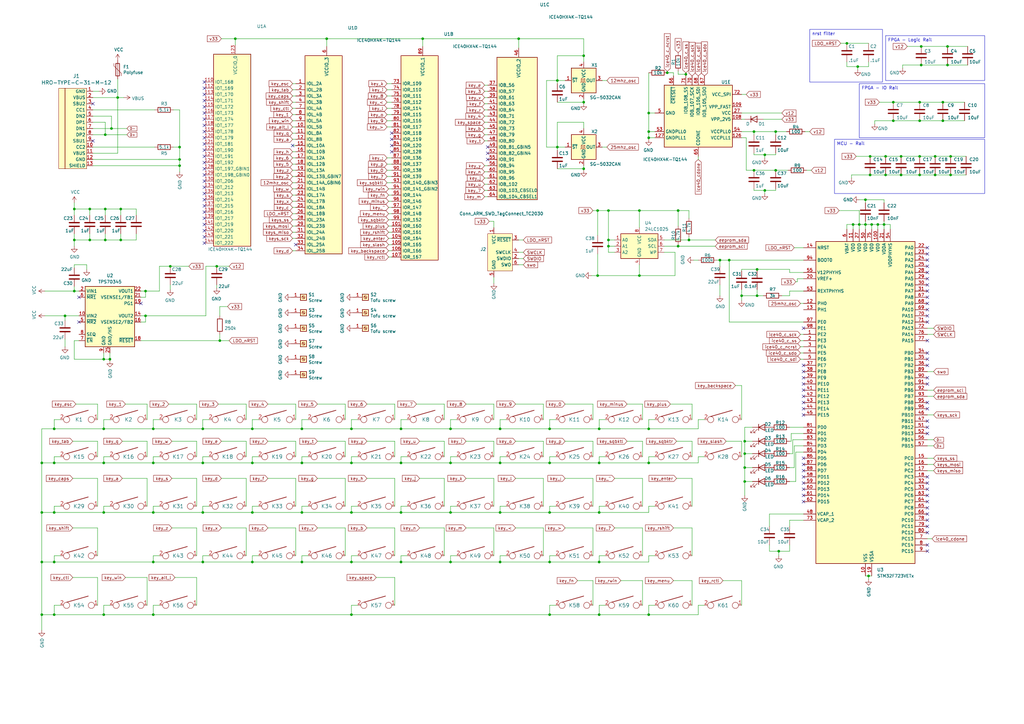
<source format=kicad_sch>
(kicad_sch (version 20230121) (generator eeschema)
  (paper "A3")
  (junction (at 62.865 210.185))
  (junction (at 377.19 71.755))
  (junction (at 43.18 98.425))
  (junction (at 42.545 189.865))
  (junction (at 22.225 175.895))
  (junction (at 239.395 22.86))
  (junction (at 377.825 19.05))
  (junction (at 310.515 110.49))
  (junction (at 356.235 236.22))
  (junction (at 262.255 86.36))
  (junction (at 357.505 92.075))
  (junction (at 239.395 69.215))
  (junction (at 363.22 71.755))
  (junction (at 205.105 230.505))
  (junction (at 249.555 98.425))
  (junction (at 377.825 26.67))
  (junction (at 164.465 230.505))
  (junction (at 144.145 189.865))
  (junction (at 249.555 100.965))
  (junction (at 22.225 230.505))
  (junction (at 144.145 175.895))
  (junction (at 83.185 189.865))
  (junction (at 369.57 71.755))
  (junction (at 83.185 175.895))
  (junction (at 123.825 189.865))
  (junction (at 266.065 56.515))
  (junction (at 83.185 210.185))
  (junction (at 309.245 69.85))
  (junction (at 262.255 113.03))
  (junction (at 347.345 17.78))
  (junction (at 388.62 26.67))
  (junction (at 225.425 189.865))
  (junction (at 96.52 15.875))
  (junction (at 266.065 175.895))
  (junction (at 225.425 230.505))
  (junction (at 354.965 92.075))
  (junction (at 17.145 189.865))
  (junction (at 363.22 64.135))
  (junction (at 49.53 98.425))
  (junction (at 212.725 15.875))
  (junction (at 383.54 71.755))
  (junction (at 282.575 98.425))
  (junction (at 26.67 129.54))
  (junction (at 245.11 113.03))
  (junction (at 377.19 64.135))
  (junction (at 43.18 85.725))
  (junction (at 30.48 119.38))
  (junction (at 45.72 52.705))
  (junction (at 164.465 189.865))
  (junction (at 17.145 252.095))
  (junction (at 30.48 85.725))
  (junction (at 103.505 230.505))
  (junction (at 22.225 252.095))
  (junction (at 281.305 30.48))
  (junction (at 62.865 189.865))
  (junction (at 164.465 210.185))
  (junction (at 123.825 230.505))
  (junction (at 386.715 49.53))
  (junction (at 386.715 41.91))
  (junction (at 389.89 71.755))
  (junction (at 356.87 71.755))
  (junction (at 173.355 15.875))
  (junction (at 313.69 78.105))
  (junction (at 366.395 41.91))
  (junction (at 164.465 175.895))
  (junction (at 305.435 197.485))
  (junction (at 389.89 64.135))
  (junction (at 377.19 49.53))
  (junction (at 245.745 175.895))
  (junction (at 42.545 210.185))
  (junction (at 362.585 92.075))
  (junction (at 245.11 86.36))
  (junction (at 17.145 210.185))
  (junction (at 388.62 19.05))
  (junction (at 383.54 64.135))
  (junction (at 123.825 175.895))
  (junction (at 73.66 60.325))
  (junction (at 245.745 189.865))
  (junction (at 266.065 46.355))
  (junction (at 349.885 92.075))
  (junction (at 103.505 210.185))
  (junction (at 17.145 230.505))
  (junction (at 36.83 85.725))
  (junction (at 90.17 139.7))
  (junction (at 304.165 121.285))
  (junction (at 245.745 230.505))
  (junction (at 30.48 98.425))
  (junction (at 366.395 49.53))
  (junction (at 205.105 210.185))
  (junction (at 59.69 129.54))
  (junction (at 318.135 69.85))
  (junction (at 299.085 106.68))
  (junction (at 273.685 29.845))
  (junction (at 266.065 189.865))
  (junction (at 313.69 63.5))
  (junction (at 22.225 210.185))
  (junction (at 48.26 40.005))
  (junction (at 88.9 109.22))
  (junction (at 225.425 175.895))
  (junction (at 184.785 189.865))
  (junction (at 62.865 230.505))
  (junction (at 73.66 67.945))
  (junction (at 42.545 175.895))
  (junction (at 356.87 64.135))
  (junction (at 69.85 109.22))
  (junction (at 228.6 33.02))
  (junction (at 225.425 252.095))
  (junction (at 184.785 210.185))
  (junction (at 352.425 92.075))
  (junction (at 45.085 147.32))
  (junction (at 62.865 252.095))
  (junction (at 225.425 210.185))
  (junction (at 305.435 180.975))
  (junction (at 295.275 106.68))
  (junction (at 319.405 226.06))
  (junction (at 62.865 175.895))
  (junction (at 133.985 15.875))
  (junction (at 103.505 175.895))
  (junction (at 144.145 210.185))
  (junction (at 73.66 65.405))
  (junction (at 42.545 147.32))
  (junction (at 249.555 86.36))
  (junction (at 36.83 98.425))
  (junction (at 228.6 60.325))
  (junction (at 22.225 189.865))
  (junction (at 184.785 175.895))
  (junction (at 278.13 86.36))
  (junction (at 278.13 100.965))
  (junction (at 266.065 252.095))
  (junction (at 49.53 85.725))
  (junction (at 239.395 41.91))
  (junction (at 59.69 119.38))
  (junction (at 305.435 186.055))
  (junction (at 144.145 230.505))
  (junction (at 245.745 252.095))
  (junction (at 83.185 230.505))
  (junction (at 310.515 121.285))
  (junction (at 377.19 41.91))
  (junction (at 245.745 210.185))
  (junction (at 123.825 210.185))
  (junction (at 309.245 53.975))
  (junction (at 205.105 175.895))
  (junction (at 305.435 191.77))
  (junction (at 266.065 53.975))
  (junction (at 103.505 189.865))
  (junction (at 42.545 252.095))
  (junction (at 351.79 27.305))
  (junction (at 369.57 64.135))
  (junction (at 184.785 230.505))
  (junction (at 144.145 252.095))
  (junction (at 354.965 81.915))
  (junction (at 360.045 92.075))
  (junction (at 43.18 55.245))
  (junction (at 318.135 53.975))
  (junction (at 205.105 189.865))
  (no_connect (at 380.365 223.52))
  (no_connect (at 329.565 149.86))
  (no_connect (at 380.365 195.58))
  (no_connect (at 329.565 195.58))
  (no_connect (at 329.565 200.66))
  (no_connect (at 83.82 92.075))
  (no_connect (at 200.025 62.865))
  (no_connect (at 38.1 42.545))
  (no_connect (at 83.82 71.755))
  (no_connect (at 200.025 60.325))
  (no_connect (at 32.385 132.08))
  (no_connect (at 329.565 134.62))
  (no_connect (at 329.565 165.1))
  (no_connect (at 380.365 226.06))
  (no_connect (at 329.565 193.04))
  (no_connect (at 380.365 200.66))
  (no_connect (at 380.365 172.72))
  (no_connect (at 160.655 54.61))
  (no_connect (at 160.655 62.23))
  (no_connect (at 380.365 203.2))
  (no_connect (at 380.365 218.44))
  (no_connect (at 83.82 43.815))
  (no_connect (at 380.365 116.84))
  (no_connect (at 380.365 177.8))
  (no_connect (at 83.82 84.455))
  (no_connect (at 83.82 48.895))
  (no_connect (at 83.82 79.375))
  (no_connect (at 83.82 36.195))
  (no_connect (at 329.565 152.4))
  (no_connect (at 380.365 132.08))
  (no_connect (at 380.365 139.7))
  (no_connect (at 380.365 154.94))
  (no_connect (at 121.285 100.33))
  (no_connect (at 32.385 121.92))
  (no_connect (at 83.82 41.275))
  (no_connect (at 380.365 101.6))
  (no_connect (at 380.365 213.36))
  (no_connect (at 83.82 38.735))
  (no_connect (at 380.365 215.9))
  (no_connect (at 83.82 61.595))
  (no_connect (at 160.655 57.15))
  (no_connect (at 329.565 198.12))
  (no_connect (at 380.365 109.22))
  (no_connect (at 380.365 144.78))
  (no_connect (at 380.365 111.76))
  (no_connect (at 83.82 56.515))
  (no_connect (at 83.82 51.435))
  (no_connect (at 200.025 65.405))
  (no_connect (at 160.655 59.69))
  (no_connect (at 83.82 76.835))
  (no_connect (at 380.365 175.26))
  (no_connect (at 83.82 74.295))
  (no_connect (at 380.365 210.82))
  (no_connect (at 329.565 205.74))
  (no_connect (at 380.365 114.3))
  (no_connect (at 380.365 198.12))
  (no_connect (at 83.82 81.915))
  (no_connect (at 83.82 33.655))
  (no_connect (at 329.565 162.56))
  (no_connect (at 380.365 129.54))
  (no_connect (at 329.565 154.94))
  (no_connect (at 83.82 46.355))
  (no_connect (at 120.015 59.69))
  (no_connect (at 83.82 89.535))
  (no_connect (at 329.565 170.18))
  (no_connect (at 329.565 167.64))
  (no_connect (at 38.1 57.785))
  (no_connect (at 57.785 124.46))
  (no_connect (at 83.82 66.675))
  (no_connect (at 83.82 69.215))
  (no_connect (at 380.365 104.14))
  (no_connect (at 329.565 160.02))
  (no_connect (at 380.365 119.38))
  (no_connect (at 380.365 205.74))
  (no_connect (at 380.365 167.64))
  (no_connect (at 83.82 53.975))
  (no_connect (at 380.365 165.1))
  (no_connect (at 83.82 86.995))
  (no_connect (at 380.365 127))
  (no_connect (at 83.82 94.615))
  (no_connect (at 380.365 124.46))
  (no_connect (at 83.82 64.135))
  (no_connect (at 83.82 97.155))
  (no_connect (at 329.565 203.2))
  (no_connect (at 380.365 157.48))
  (no_connect (at 380.365 147.32))
  (no_connect (at 83.82 59.055))
  (no_connect (at 380.365 106.68))
  (no_connect (at 329.565 187.96))
  (no_connect (at 380.365 208.28))
  (no_connect (at 329.565 190.5))
  (no_connect (at 380.365 121.92))
  (no_connect (at 83.82 99.695))
  (no_connect (at 380.365 149.86))
  (no_connect (at 329.565 157.48))
  (wire (pts (xy 370.205 26.67) (xy 377.825 26.67)))
  (wire (pts (xy 62.865 210.185) (xy 62.865 207.645)))
  (wire (pts (xy 304.165 48.895) (xy 305.435 48.895)))
  (wire (pts (xy 225.425 172.085) (xy 225.425 175.895)))
  (wire (pts (xy 324.485 180.975) (xy 324.485 177.8)))
  (wire (pts (xy 205.105 207.645) (xy 207.645 207.645)))
  (wire (pts (xy 170.815 165.735) (xy 182.245 165.735)))
  (wire (pts (xy 30.48 83.185) (xy 30.48 85.725)))
  (wire (pts (xy 372.11 19.05) (xy 377.825 19.05)))
  (wire (pts (xy 158.75 67.31) (xy 160.655 67.31)))
  (wire (pts (xy 356.235 236.22) (xy 356.235 237.49)))
  (wire (pts (xy 362.585 92.075) (xy 362.585 93.98)))
  (wire (pts (xy 268.605 46.355) (xy 266.065 46.355)))
  (wire (pts (xy 123.825 230.505) (xy 123.825 227.965)))
  (wire (pts (xy 283.845 180.975) (xy 283.845 187.325)))
  (wire (pts (xy 62.865 189.865) (xy 83.185 189.865)))
  (wire (pts (xy 55.88 85.725) (xy 55.88 88.265)))
  (wire (pts (xy 257.175 165.735) (xy 263.525 165.735)))
  (wire (pts (xy 225.425 189.865) (xy 225.425 187.325)))
  (wire (pts (xy 222.885 180.975) (xy 222.885 187.325)))
  (wire (pts (xy 191.135 165.735) (xy 202.565 165.735)))
  (wire (pts (xy 344.17 86.36) (xy 352.425 86.36)))
  (wire (pts (xy 228.6 33.02) (xy 224.155 33.02)))
  (wire (pts (xy 304.165 121.285) (xy 304.165 123.19)))
  (wire (pts (xy 304.165 158.115) (xy 304.165 172.085)))
  (wire (pts (xy 103.505 210.185) (xy 103.505 207.645)))
  (wire (pts (xy 327.025 114.3) (xy 329.565 114.3)))
  (wire (pts (xy 205.105 210.185) (xy 205.105 207.645)))
  (wire (pts (xy 198.755 47.625) (xy 200.025 47.625)))
  (wire (pts (xy 120.015 74.93) (xy 121.285 74.93)))
  (wire (pts (xy 266.065 187.325) (xy 268.605 187.325)))
  (wire (pts (xy 228.6 69.215) (xy 239.395 69.215)))
  (wire (pts (xy 172.085 216.535) (xy 182.245 216.535)))
  (wire (pts (xy 62.865 230.505) (xy 62.865 227.965)))
  (wire (pts (xy 245.11 113.03) (xy 262.255 113.03)))
  (wire (pts (xy 70.485 196.215) (xy 80.645 196.215)))
  (wire (pts (xy 231.775 180.975) (xy 243.205 180.975)))
  (wire (pts (xy 144.145 248.285) (xy 146.685 248.285)))
  (wire (pts (xy 318.135 53.975) (xy 322.58 53.975)))
  (wire (pts (xy 120.015 62.23) (xy 121.285 62.23)))
  (wire (pts (xy 231.775 60.325) (xy 228.6 60.325)))
  (wire (pts (xy 191.135 196.215) (xy 202.565 196.215)))
  (wire (pts (xy 42.545 248.285) (xy 42.545 252.095)))
  (wire (pts (xy 62.865 227.965) (xy 65.405 227.965)))
  (wire (pts (xy 38.1 47.625) (xy 45.72 47.625)))
  (wire (pts (xy 164.465 227.965) (xy 167.005 227.965)))
  (wire (pts (xy 29.845 180.975) (xy 40.005 180.975)))
  (wire (pts (xy 239.395 41.91) (xy 239.395 42.545)))
  (wire (pts (xy 305.435 186.055) (xy 308.61 186.055)))
  (wire (pts (xy 305.435 175.26) (xy 305.435 180.975)))
  (wire (pts (xy 356.87 71.755) (xy 363.22 71.755)))
  (wire (pts (xy 304.165 56.515) (xy 306.07 56.515)))
  (wire (pts (xy 144.145 248.285) (xy 144.145 252.095)))
  (wire (pts (xy 158.75 52.07) (xy 160.655 52.07)))
  (wire (pts (xy 354.965 236.22) (xy 356.235 236.22)))
  (wire (pts (xy 263.525 216.535) (xy 263.525 227.965)))
  (wire (pts (xy 164.465 175.895) (xy 184.785 175.895)))
  (wire (pts (xy 43.18 88.265) (xy 43.18 85.725)))
  (wire (pts (xy 90.805 196.215) (xy 100.965 196.215)))
  (wire (pts (xy 205.105 172.085) (xy 205.105 175.895)))
  (wire (pts (xy 202.565 113.665) (xy 202.565 116.205)))
  (wire (pts (xy 40.005 236.855) (xy 40.005 248.285)))
  (wire (pts (xy 325.755 182.88) (xy 325.755 191.77)))
  (wire (pts (xy 320.675 121.285) (xy 323.85 121.285)))
  (wire (pts (xy 144.145 189.865) (xy 164.465 189.865)))
  (wire (pts (xy 377.19 64.135) (xy 383.54 64.135)))
  (wire (pts (xy 103.505 230.505) (xy 123.825 230.505)))
  (wire (pts (xy 90.17 139.7) (xy 93.98 139.7)))
  (wire (pts (xy 30.48 85.725) (xy 30.48 88.265)))
  (wire (pts (xy 57.785 121.92) (xy 59.69 121.92)))
  (wire (pts (xy 313.69 63.5) (xy 313.69 64.77)))
  (wire (pts (xy 40.005 216.535) (xy 40.005 227.965)))
  (wire (pts (xy 211.455 196.215) (xy 222.885 196.215)))
  (wire (pts (xy 159.385 87.63) (xy 160.655 87.63)))
  (wire (pts (xy 281.305 30.48) (xy 278.13 30.48)))
  (wire (pts (xy 276.86 113.03) (xy 262.255 113.03)))
  (wire (pts (xy 263.525 180.975) (xy 263.525 187.325)))
  (wire (pts (xy 278.13 86.36) (xy 262.255 86.36)))
  (wire (pts (xy 295.275 116.84) (xy 295.275 121.285)))
  (wire (pts (xy 205.105 172.085) (xy 207.645 172.085)))
  (wire (pts (xy 172.085 196.215) (xy 182.245 196.215)))
  (wire (pts (xy 30.48 117.475) (xy 30.48 119.38)))
  (wire (pts (xy 388.62 19.05) (xy 396.875 19.05)))
  (wire (pts (xy 239.395 50.165) (xy 239.395 52.705)))
  (wire (pts (xy 103.505 210.185) (xy 123.825 210.185)))
  (wire (pts (xy 184.785 230.505) (xy 205.105 230.505)))
  (wire (pts (xy 349.25 73.025) (xy 349.25 71.755)))
  (wire (pts (xy 191.135 180.975) (xy 202.565 180.975)))
  (wire (pts (xy 309.245 63.5) (xy 313.69 63.5)))
  (wire (pts (xy 286.385 248.285) (xy 288.925 248.285)))
  (wire (pts (xy 386.715 49.53) (xy 395.605 49.53)))
  (wire (pts (xy 164.465 210.185) (xy 184.785 210.185)))
  (wire (pts (xy 38.1 60.325) (xy 63.5 60.325)))
  (wire (pts (xy 22.225 172.085) (xy 22.225 175.895)))
  (wire (pts (xy 283.845 172.085) (xy 283.845 165.735)))
  (wire (pts (xy 123.825 187.325) (xy 126.365 187.325)))
  (wire (pts (xy 103.505 189.865) (xy 123.825 189.865)))
  (wire (pts (xy 304.165 46.355) (xy 320.675 46.355)))
  (wire (pts (xy 62.865 248.285) (xy 65.405 248.285)))
  (wire (pts (xy 295.275 106.68) (xy 295.275 109.22)))
  (wire (pts (xy 198.755 45.085) (xy 200.025 45.085)))
  (wire (pts (xy 388.62 26.67) (xy 396.875 26.67)))
  (wire (pts (xy 57.785 129.54) (xy 59.69 129.54)))
  (wire (pts (xy 198.755 73.025) (xy 200.025 73.025)))
  (wire (pts (xy 377.19 41.91) (xy 386.715 41.91)))
  (wire (pts (xy 62.865 187.325) (xy 65.405 187.325)))
  (wire (pts (xy 249.555 86.36) (xy 249.555 98.425)))
  (wire (pts (xy 49.53 98.425) (xy 49.53 95.885)))
  (wire (pts (xy 386.715 48.895) (xy 386.715 49.53)))
  (wire (pts (xy 38.1 67.945) (xy 73.66 67.945)))
  (wire (pts (xy 278.13 30.48) (xy 278.13 29.21)))
  (wire (pts (xy 202.565 216.535) (xy 202.565 227.965)))
  (wire (pts (xy 212.725 108.585) (xy 214.63 108.585)))
  (wire (pts (xy 123.825 227.965) (xy 126.365 227.965)))
  (wire (pts (xy 30.48 98.425) (xy 36.83 98.425)))
  (wire (pts (xy 159.385 80.01) (xy 160.655 80.01)))
  (wire (pts (xy 120.015 90.17) (xy 121.285 90.17)))
  (wire (pts (xy 323.85 110.49) (xy 323.85 111.76)))
  (wire (pts (xy 257.175 180.975) (xy 263.525 180.975)))
  (wire (pts (xy 172.085 180.975) (xy 182.245 180.975)))
  (wire (pts (xy 69.215 165.735) (xy 80.645 165.735)))
  (wire (pts (xy 380.365 193.04) (xy 382.905 193.04)))
  (wire (pts (xy 266.065 227.965) (xy 268.605 227.965)))
  (wire (pts (xy 182.245 216.535) (xy 182.245 227.965)))
  (wire (pts (xy 26.67 129.54) (xy 26.67 131.445)))
  (wire (pts (xy 278.13 100.33) (xy 278.13 100.965)))
  (wire (pts (xy 284.48 106.68) (xy 286.385 106.68)))
  (wire (pts (xy 304.165 38.735) (xy 306.07 38.735)))
  (wire (pts (xy 120.015 82.55) (xy 121.285 82.55)))
  (wire (pts (xy 326.39 115.57) (xy 327.025 115.57)))
  (wire (pts (xy 310.515 118.745) (xy 310.515 121.285)))
  (wire (pts (xy 352.425 92.075) (xy 349.885 92.075)))
  (wire (pts (xy 362.585 92.075) (xy 365.125 92.075)))
  (wire (pts (xy 383.54 64.135) (xy 389.89 64.135)))
  (wire (pts (xy 360.045 92.075) (xy 362.585 92.075)))
  (wire (pts (xy 212.725 15.875) (xy 239.395 15.875)))
  (wire (pts (xy 266.065 172.085) (xy 268.605 172.085)))
  (wire (pts (xy 90.17 137.16) (xy 90.17 139.7)))
  (wire (pts (xy 22.225 230.505) (xy 22.225 227.965)))
  (wire (pts (xy 328.295 139.7) (xy 329.565 139.7)))
  (wire (pts (xy 309.245 53.975) (xy 309.245 55.245)))
  (wire (pts (xy 123.825 230.505) (xy 144.145 230.505)))
  (wire (pts (xy 225.425 210.185) (xy 245.745 210.185)))
  (wire (pts (xy 278.13 100.965) (xy 293.37 100.965)))
  (wire (pts (xy 228.6 33.02) (xy 228.6 34.29)))
  (wire (pts (xy 83.185 187.325) (xy 85.725 187.325)))
  (wire (pts (xy 377.19 71.755) (xy 383.54 71.755)))
  (wire (pts (xy 30.48 95.885) (xy 30.48 98.425)))
  (wire (pts (xy 239.395 40.64) (xy 239.395 41.91)))
  (wire (pts (xy 326.39 197.485) (xy 326.39 185.42)))
  (wire (pts (xy 310.515 121.285) (xy 313.055 121.285)))
  (wire (pts (xy 245.745 189.865) (xy 266.065 189.865)))
  (wire (pts (xy 304.165 180.975) (xy 304.165 187.325)))
  (wire (pts (xy 222.885 165.735) (xy 222.885 172.085)))
  (wire (pts (xy 327.025 115.57) (xy 327.025 114.3)))
  (wire (pts (xy 42.545 207.645) (xy 45.085 207.645)))
  (wire (pts (xy 22.225 207.645) (xy 24.765 207.645)))
  (wire (pts (xy 254.635 238.125) (xy 263.525 238.125)))
  (wire (pts (xy 249.555 103.505) (xy 249.555 100.965)))
  (wire (pts (xy 141.605 196.215) (xy 141.605 207.645)))
  (wire (pts (xy 276.225 238.125) (xy 283.845 238.125)))
  (wire (pts (xy 26.67 139.065) (xy 26.67 142.24)))
  (wire (pts (xy 164.465 172.085) (xy 164.465 175.895)))
  (wire (pts (xy 323.85 215.9) (xy 323.85 213.36)))
  (wire (pts (xy 313.69 78.105) (xy 318.135 78.105)))
  (wire (pts (xy 59.69 119.38) (xy 57.785 119.38)))
  (wire (pts (xy 309.245 77.47) (xy 309.245 78.105)))
  (wire (pts (xy 310.515 110.49) (xy 323.85 110.49)))
  (wire (pts (xy 164.465 207.645) (xy 167.005 207.645)))
  (wire (pts (xy 305.435 191.77) (xy 305.435 197.485)))
  (wire (pts (xy 123.825 189.865) (xy 123.825 187.325)))
  (wire (pts (xy 83.185 189.865) (xy 83.185 187.325)))
  (wire (pts (xy 133.985 15.875) (xy 133.985 19.05)))
  (wire (pts (xy 326.39 185.42) (xy 329.565 185.42)))
  (wire (pts (xy 325.755 191.77) (xy 323.85 191.77)))
  (wire (pts (xy 236.855 238.125) (xy 243.205 238.125)))
  (wire (pts (xy 36.83 98.425) (xy 36.83 95.885)))
  (wire (pts (xy 90.805 15.875) (xy 96.52 15.875)))
  (wire (pts (xy 266.065 252.095) (xy 286.385 252.095)))
  (wire (pts (xy 120.015 95.25) (xy 121.285 95.25)))
  (wire (pts (xy 164.465 210.185) (xy 164.465 207.645)))
  (wire (pts (xy 315.595 226.06) (xy 319.405 226.06)))
  (wire (pts (xy 51.435 236.855) (xy 60.325 236.855)))
  (wire (pts (xy 62.865 172.085) (xy 65.405 172.085)))
  (wire (pts (xy 123.825 189.865) (xy 144.145 189.865)))
  (wire (pts (xy 299.085 106.68) (xy 329.565 106.68)))
  (wire (pts (xy 228.6 50.165) (xy 239.395 50.165)))
  (wire (pts (xy 380.365 134.62) (xy 382.905 134.62)))
  (wire (pts (xy 62.865 230.505) (xy 83.185 230.505)))
  (wire (pts (xy 31.115 165.735) (xy 40.005 165.735)))
  (wire (pts (xy 173.355 15.875) (xy 212.725 15.875)))
  (wire (pts (xy 164.465 189.865) (xy 184.785 189.865)))
  (wire (pts (xy 245.745 230.505) (xy 266.065 230.505)))
  (wire (pts (xy 225.425 227.965) (xy 227.965 227.965)))
  (wire (pts (xy 205.105 230.505) (xy 205.105 227.965)))
  (wire (pts (xy 380.365 220.98) (xy 382.27 220.98)))
  (wire (pts (xy 48.26 40.005) (xy 48.26 62.865)))
  (wire (pts (xy 120.015 54.61) (xy 121.285 54.61)))
  (wire (pts (xy 305.435 186.055) (xy 305.435 191.77)))
  (wire (pts (xy 59.69 121.92) (xy 59.69 119.38)))
  (wire (pts (xy 266.065 189.865) (xy 266.065 187.325)))
  (wire (pts (xy 144.145 172.085) (xy 146.685 172.085)))
  (wire (pts (xy 306.07 56.515) (xy 306.07 69.85)))
  (wire (pts (xy 266.065 46.355) (xy 266.065 53.975)))
  (wire (pts (xy 150.495 165.735) (xy 161.925 165.735)))
  (wire (pts (xy 123.825 172.085) (xy 123.825 175.895)))
  (wire (pts (xy 40.005 165.735) (xy 40.005 172.085)))
  (wire (pts (xy 184.785 230.505) (xy 184.785 227.965)))
  (wire (pts (xy 182.245 180.975) (xy 182.245 187.325)))
  (wire (pts (xy 360.045 92.075) (xy 357.505 92.075)))
  (wire (pts (xy 282.575 86.36) (xy 278.13 86.36)))
  (wire (pts (xy 158.75 41.91) (xy 160.655 41.91)))
  (wire (pts (xy 17.145 230.505) (xy 22.225 230.505)))
  (wire (pts (xy 17.145 175.895) (xy 17.145 189.865)))
  (wire (pts (xy 198.755 75.565) (xy 200.025 75.565)))
  (wire (pts (xy 202.565 165.735) (xy 202.565 172.085)))
  (wire (pts (xy 283.845 216.535) (xy 276.225 216.535)))
  (wire (pts (xy 363.22 71.755) (xy 369.57 71.755)))
  (wire (pts (xy 141.605 165.735) (xy 141.605 172.085)))
  (wire (pts (xy 349.25 71.755) (xy 356.87 71.755)))
  (wire (pts (xy 231.775 33.02) (xy 228.6 33.02)))
  (wire (pts (xy 205.105 189.865) (xy 205.105 187.325)))
  (wire (pts (xy 36.83 88.265) (xy 36.83 85.725)))
  (wire (pts (xy 266.065 29.845) (xy 266.065 46.355)))
  (wire (pts (xy 200.66 90.805) (xy 202.565 90.805)))
  (wire (pts (xy 22.225 189.865) (xy 42.545 189.865)))
  (wire (pts (xy 382.905 182.88) (xy 380.365 182.88)))
  (wire (pts (xy 43.18 85.725) (xy 49.53 85.725)))
  (wire (pts (xy 89.535 165.735) (xy 100.965 165.735)))
  (wire (pts (xy 51.435 165.735) (xy 60.325 165.735)))
  (wire (pts (xy 133.985 15.875) (xy 173.355 15.875)))
  (wire (pts (xy 120.015 44.45) (xy 121.285 44.45)))
  (wire (pts (xy 245.11 104.14) (xy 245.11 113.03)))
  (wire (pts (xy 45.72 52.705) (xy 52.07 52.705)))
  (wire (pts (xy 245.745 248.285) (xy 245.745 252.095)))
  (wire (pts (xy 49.53 88.265) (xy 49.53 85.725)))
  (wire (pts (xy 60.325 165.735) (xy 60.325 172.085)))
  (wire (pts (xy 144.145 230.505) (xy 164.465 230.505)))
  (wire (pts (xy 212.725 103.505) (xy 214.63 103.505)))
  (wire (pts (xy 184.785 175.895) (xy 205.105 175.895)))
  (wire (pts (xy 273.685 29.21) (xy 273.685 29.845)))
  (wire (pts (xy 266.065 56.515) (xy 268.605 56.515)))
  (wire (pts (xy 103.505 172.085) (xy 106.045 172.085)))
  (wire (pts (xy 297.815 180.975) (xy 304.165 180.975)))
  (wire (pts (xy 109.855 216.535) (xy 121.285 216.535)))
  (wire (pts (xy 83.185 227.965) (xy 85.725 227.965)))
  (wire (pts (xy 266.065 230.505) (xy 266.065 227.965)))
  (wire (pts (xy 225.425 172.085) (xy 227.965 172.085)))
  (wire (pts (xy 239.395 67.945) (xy 239.395 69.215)))
  (wire (pts (xy 323.85 186.055) (xy 325.12 186.055)))
  (wire (pts (xy 310.515 121.285) (xy 304.165 121.285)))
  (wire (pts (xy 120.015 64.77) (xy 121.285 64.77)))
  (wire (pts (xy 144.145 252.095) (xy 225.425 252.095)))
  (wire (pts (xy 42.545 147.32) (xy 45.085 147.32)))
  (wire (pts (xy 282.575 97.155) (xy 282.575 98.425)))
  (wire (pts (xy 366.395 41.91) (xy 377.19 41.91)))
  (wire (pts (xy 356.235 27.305) (xy 356.235 25.4)))
  (wire (pts (xy 299.085 106.68) (xy 299.085 132.08)))
  (wire (pts (xy 304.165 121.285) (xy 304.165 118.745)))
  (wire (pts (xy 100.965 165.735) (xy 100.965 172.085)))
  (wire (pts (xy 22.225 248.285) (xy 24.765 248.285)))
  (wire (pts (xy 17.145 252.095) (xy 22.225 252.095)))
  (wire (pts (xy 286.385 172.085) (xy 286.385 175.895)))
  (wire (pts (xy 42.545 187.325) (xy 45.085 187.325)))
  (wire (pts (xy 30.48 147.32) (xy 42.545 147.32)))
  (wire (pts (xy 304.165 238.125) (xy 304.165 248.285)))
  (wire (pts (xy 158.75 34.29) (xy 160.655 34.29)))
  (wire (pts (xy 150.495 216.535) (xy 161.925 216.535)))
  (wire (pts (xy 224.155 60.325) (xy 228.6 60.325)))
  (wire (pts (xy 263.525 238.125) (xy 263.525 248.285)))
  (wire (pts (xy 318.135 63.5) (xy 318.135 62.865)))
  (wire (pts (xy 245.745 248.285) (xy 248.285 248.285)))
  (wire (pts (xy 225.425 207.645) (xy 227.965 207.645)))
  (wire (pts (xy 22.225 187.325) (xy 24.765 187.325)))
  (wire (pts (xy 159.385 102.87) (xy 160.655 102.87)))
  (wire (pts (xy 84.455 109.22) (xy 84.455 129.54)))
  (wire (pts (xy 247.015 33.02) (xy 248.92 33.02)))
  (wire (pts (xy 377.825 19.05) (xy 388.62 19.05)))
  (wire (pts (xy 109.855 165.735) (xy 121.285 165.735)))
  (wire (pts (xy 73.66 65.405) (xy 73.66 67.945)))
  (wire (pts (xy 239.395 69.215) (xy 239.395 69.85)))
  (wire (pts (xy 358.775 50.8) (xy 358.775 49.53)))
  (wire (pts (xy 242.57 113.03) (xy 245.11 113.03)))
  (wire (pts (xy 198.755 70.485) (xy 200.025 70.485)))
  (wire (pts (xy 354.965 92.075) (xy 352.425 92.075)))
  (wire (pts (xy 323.85 121.285) (xy 323.85 119.38)))
  (wire (pts (xy 120.015 41.91) (xy 121.285 41.91)))
  (wire (pts (xy 120.015 52.07) (xy 121.285 52.07)))
  (wire (pts (xy 154.305 236.855) (xy 161.925 236.855)))
  (wire (pts (xy 103.505 187.325) (xy 106.045 187.325)))
  (wire (pts (xy 323.85 197.485) (xy 326.39 197.485)))
  (wire (pts (xy 205.105 189.865) (xy 225.425 189.865)))
  (wire (pts (xy 319.405 226.06) (xy 323.85 226.06)))
  (wire (pts (xy 73.66 45.085) (xy 73.66 60.325)))
  (wire (pts (xy 309.245 62.865) (xy 309.245 63.5)))
  (wire (pts (xy 225.425 248.285) (xy 227.965 248.285)))
  (wire (pts (xy 198.755 57.785) (xy 200.025 57.785)))
  (wire (pts (xy 198.755 37.465) (xy 200.025 37.465)))
  (wire (pts (xy 389.89 64.135) (xy 396.24 64.135)))
  (wire (pts (xy 120.015 97.79) (xy 121.285 97.79)))
  (wire (pts (xy 26.67 129.54) (xy 32.385 129.54)))
  (wire (pts (xy 184.785 227.965) (xy 187.325 227.965)))
  (wire (pts (xy 45.72 47.625) (xy 45.72 52.705)))
  (wire (pts (xy 158.75 36.83) (xy 160.655 36.83)))
  (wire (pts (xy 282.575 89.535) (xy 282.575 86.36)))
  (wire (pts (xy 150.495 180.975) (xy 161.925 180.975)))
  (wire (pts (xy 22.225 248.285) (xy 22.225 252.095)))
  (wire (pts (xy 144.145 207.645) (xy 146.685 207.645)))
  (wire (pts (xy 45.085 144.78) (xy 45.085 147.32)))
  (wire (pts (xy 222.885 196.215) (xy 222.885 207.645)))
  (wire (pts (xy 328.295 147.32) (xy 329.565 147.32)))
  (wire (pts (xy 239.395 22.86) (xy 239.395 25.4)))
  (wire (pts (xy 84.455 109.22) (xy 88.9 109.22)))
  (wire (pts (xy 17.145 189.865) (xy 22.225 189.865)))
  (wire (pts (xy 245.745 187.325) (xy 248.285 187.325)))
  (wire (pts (xy 295.275 106.68) (xy 299.085 106.68)))
  (wire (pts (xy 356.87 64.135) (xy 363.22 64.135)))
  (wire (pts (xy 120.015 46.99) (xy 121.285 46.99)))
  (wire (pts (xy 276.225 29.845) (xy 276.225 31.115)))
  (wire (pts (xy 283.845 227.965) (xy 283.845 216.535)))
  (wire (pts (xy 100.965 180.975) (xy 100.965 187.325)))
  (wire (pts (xy 48.26 40.005) (xy 48.26 32.385)))
  (wire (pts (xy 319.405 226.06) (xy 319.405 227.965)))
  (wire (pts (xy 211.455 216.535) (xy 222.885 216.535)))
  (wire (pts (xy 228.6 60.325) (xy 228.6 50.165)))
  (wire (pts (xy 130.175 216.535) (xy 141.605 216.535)))
  (wire (pts (xy 354.965 81.915) (xy 362.585 81.915)))
  (wire (pts (xy 80.645 236.855) (xy 80.645 248.285)))
  (wire (pts (xy 144.145 189.865) (xy 144.145 187.325)))
  (wire (pts (xy 43.18 55.245) (xy 52.07 55.245)))
  (wire (pts (xy 62.865 248.285) (xy 62.865 252.095)))
  (wire (pts (xy 103.505 189.865) (xy 103.505 187.325)))
  (wire (pts (xy 40.005 180.975) (xy 40.005 187.325)))
  (wire (pts (xy 130.175 165.735) (xy 141.605 165.735)))
  (wire (pts (xy 42.545 189.865) (xy 42.545 187.325)))
  (wire (pts (xy 90.805 180.975) (xy 100.965 180.975)))
  (wire (pts (xy 330.2 53.975) (xy 332.105 53.975)))
  (wire (pts (xy 225.425 187.325) (xy 227.965 187.325)))
  (wire (pts (xy 90.805 216.535) (xy 100.965 216.535)))
  (wire (pts (xy 225.425 252.095) (xy 245.745 252.095)))
  (wire (pts (xy 286.385 189.865) (xy 286.385 187.325)))
  (wire (pts (xy 198.755 78.105) (xy 200.025 78.105)))
  (wire (pts (xy 96.52 15.875) (xy 133.985 15.875)))
  (wire (pts (xy 202.565 196.215) (xy 202.565 207.645)))
  (wire (pts (xy 83.185 210.185) (xy 103.505 210.185)))
  (wire (pts (xy 80.645 216.535) (xy 80.645 227.965)))
  (wire (pts (xy 308.61 175.26) (xy 305.435 175.26)))
  (wire (pts (xy 30.48 147.32) (xy 30.48 139.7)))
  (wire (pts (xy 120.015 80.01) (xy 121.285 80.01)))
  (wire (pts (xy 100.965 196.215) (xy 100.965 207.645)))
  (wire (pts (xy 73.66 67.945) (xy 73.66 70.485)))
  (wire (pts (xy 344.805 17.78) (xy 347.345 17.78)))
  (wire (pts (xy 38.1 65.405) (xy 73.66 65.405)))
  (wire (pts (xy 42.545 189.865) (xy 62.865 189.865)))
  (wire (pts (xy 380.365 160.02) (xy 382.905 160.02)))
  (wire (pts (xy 88.9 116.84) (xy 88.9 118.11)))
  (wire (pts (xy 212.725 15.875) (xy 212.725 19.685)))
  (wire (pts (xy 17.145 230.505) (xy 17.145 252.095)))
  (wire (pts (xy 144.145 175.895) (xy 164.465 175.895)))
  (wire (pts (xy 158.75 69.85) (xy 160.655 69.85)))
  (wire (pts (xy 71.755 236.855) (xy 80.645 236.855)))
  (wire (pts (xy 93.345 125.73) (xy 90.17 125.73)))
  (wire (pts (xy 304.165 110.49) (xy 310.515 110.49)))
  (wire (pts (xy 50.165 180.975) (xy 60.325 180.975)))
  (wire (pts (xy 305.435 197.485) (xy 305.435 203.2)))
  (wire (pts (xy 382.905 180.34) (xy 380.365 180.34)))
  (wire (pts (xy 40.005 196.215) (xy 40.005 207.645)))
  (wire (pts (xy 318.135 53.975) (xy 318.135 55.245)))
  (wire (pts (xy 281.305 30.48) (xy 281.305 31.115)))
  (wire (pts (xy 109.855 180.975) (xy 121.285 180.975)))
  (wire (pts (xy 42.545 248.285) (xy 45.085 248.285)))
  (wire (pts (xy 386.715 49.53) (xy 377.19 49.53)))
  (wire (pts (xy 211.455 165.735) (xy 222.885 165.735)))
  (wire (pts (xy 65.405 109.22) (xy 69.85 109.22)))
  (wire (pts (xy 370.205 27.94) (xy 370.205 26.67)))
  (wire (pts (xy 120.015 87.63) (xy 121.285 87.63)))
  (wire (pts (xy 120.015 59.69) (xy 121.285 59.69)))
  (wire (pts (xy 144.145 227.965) (xy 146.685 227.965)))
  (wire (pts (xy 109.855 196.215) (xy 121.285 196.215)))
  (wire (pts (xy 205.105 187.325) (xy 207.645 187.325)))
  (wire (pts (xy 60.325 196.215) (xy 60.325 207.645)))
  (wire (pts (xy 205.105 210.185) (xy 225.425 210.185)))
  (wire (pts (xy 222.885 216.535) (xy 222.885 227.965)))
  (wire (pts (xy 123.825 210.185) (xy 123.825 207.645)))
  (wire (pts (xy 266.065 172.085) (xy 266.065 175.895)))
  (wire (pts (xy 266.065 56.515) (xy 266.065 53.975)))
  (wire (pts (xy 286.385 187.325) (xy 288.925 187.325)))
  (wire (pts (xy 383.54 71.755) (xy 389.89 71.755)))
  (wire (pts (xy 205.105 175.895) (xy 225.425 175.895)))
  (wire (pts (xy 249.555 98.425) (xy 249.555 100.965)))
  (wire (pts (xy 17.145 252.095) (xy 17.145 258.445)))
  (wire (pts (xy 57.785 139.7) (xy 90.17 139.7)))
  (wire (pts (xy 245.11 86.36) (xy 245.11 96.52)))
  (wire (pts (xy 266.065 175.895) (xy 286.385 175.895)))
  (wire (pts (xy 354.965 92.075) (xy 354.965 93.98)))
  (wire (pts (xy 60.325 236.855) (xy 60.325 248.285)))
  (wire (pts (xy 198.755 40.005) (xy 200.025 40.005)))
  (wire (pts (xy 42.545 210.185) (xy 42.545 207.645)))
  (wire (pts (xy 328.295 137.16) (xy 329.565 137.16)))
  (wire (pts (xy 272.415 103.505) (xy 276.86 103.505)))
  (wire (pts (xy 305.435 197.485) (xy 308.61 197.485)))
  (wire (pts (xy 313.69 63.5) (xy 318.135 63.5)))
  (wire (pts (xy 245.745 252.095) (xy 266.065 252.095)))
  (wire (pts (xy 309.245 78.105) (xy 313.69 78.105)))
  (wire (pts (xy 225.425 230.505) (xy 245.745 230.505)))
  (wire (pts (xy 360.045 93.98) (xy 360.045 92.075)))
  (wire (pts (xy 301.625 158.115) (xy 304.165 158.115)))
  (wire (pts (xy 62.865 175.895) (xy 83.185 175.895)))
  (wire (pts (xy 22.225 227.965) (xy 24.765 227.965)))
  (wire (pts (xy 83.185 230.505) (xy 103.505 230.505)))
  (wire (pts (xy 245.745 172.085) (xy 248.285 172.085)))
  (wire (pts (xy 263.525 165.735) (xy 263.525 172.085)))
  (wire (pts (xy 83.185 175.895) (xy 103.505 175.895)))
  (wire (pts (xy 96.52 18.415) (xy 96.52 15.875)))
  (wire (pts (xy 141.605 216.535) (xy 141.605 227.965)))
  (wire (pts (xy 380.365 152.4) (xy 382.905 152.4)))
  (wire (pts (xy 144.145 172.085) (xy 144.145 175.895)))
  (wire (pts (xy 323.85 213.36) (xy 329.565 213.36)))
  (wire (pts (xy 144.145 210.185) (xy 164.465 210.185)))
  (wire (pts (xy 357.505 92.075) (xy 354.965 92.075)))
  (wire (pts (xy 363.22 64.135) (xy 369.57 64.135)))
  (wire (pts (xy 164.465 189.865) (xy 164.465 187.325)))
  (wire (pts (xy 69.85 109.22) (xy 77.47 109.22)))
  (wire (pts (xy 158.75 49.53) (xy 160.655 49.53)))
  (wire (pts (xy 30.48 108.585) (xy 30.48 109.855)))
  (wire (pts (xy 330.835 69.85) (xy 332.74 69.85)))
  (wire (pts (xy 22.225 175.895) (xy 42.545 175.895)))
  (wire (pts (xy 150.495 196.215) (xy 161.925 196.215)))
  (wire (pts (xy 36.83 98.425) (xy 43.18 98.425)))
  (wire (pts (xy 83.185 172.085) (xy 85.725 172.085)))
  (wire (pts (xy 161.925 180.975) (xy 161.925 187.325)))
  (wire (pts (xy 120.015 34.29) (xy 121.285 34.29)))
  (wire (pts (xy 161.925 216.535) (xy 161.925 227.965)))
  (wire (pts (xy 120.015 69.85) (xy 121.285 69.85)))
  (wire (pts (xy 17.145 210.185) (xy 17.145 230.505)))
  (wire (pts (xy 310.515 110.49) (xy 310.515 111.125)))
  (wire (pts (xy 121.285 216.535) (xy 121.285 227.965)))
  (wire (pts (xy 252.095 103.505) (xy 249.555 103.505)))
  (wire (pts (xy 83.185 230.505) (xy 83.185 227.965)))
  (wire (pts (xy 198.755 80.645) (xy 200.025 80.645)))
  (wire (pts (xy 38.1 45.085) (xy 63.5 45.085)))
  (wire (pts (xy 266.065 207.645) (xy 268.605 207.645)))
  (wire (pts (xy 281.305 29.845) (xy 281.305 30.48)))
  (wire (pts (xy 198.755 55.245) (xy 200.025 55.245)))
  (wire (pts (xy 29.845 216.535) (xy 40.005 216.535)))
  (wire (pts (xy 328.295 142.24) (xy 329.565 142.24)))
  (wire (pts (xy 184.785 210.185) (xy 205.105 210.185)))
  (wire (pts (xy 205.105 230.505) (xy 225.425 230.505)))
  (wire (pts (xy 380.365 170.18) (xy 382.905 170.18)))
  (wire (pts (xy 62.865 210.185) (xy 83.185 210.185)))
  (wire (pts (xy 42.545 144.78) (xy 42.545 147.32)))
  (wire (pts (xy 272.415 100.965) (xy 278.13 100.965)))
  (wire (pts (xy 304.165 53.975) (xy 309.245 53.975)))
  (wire (pts (xy 184.785 189.865) (xy 184.785 187.325)))
  (wire (pts (xy 328.295 124.46) (xy 329.565 124.46)))
  (wire (pts (xy 323.85 119.38) (xy 329.565 119.38)))
  (wire (pts (xy 22.225 189.865) (xy 22.225 187.325)))
  (wire (pts (xy 212.725 98.425) (xy 214.63 98.425)))
  (wire (pts (xy 245.745 172.085) (xy 245.745 175.895)))
  (wire (pts (xy 228.6 60.325) (xy 228.6 61.595)))
  (wire (pts (xy 83.185 210.185) (xy 83.185 207.645)))
  (wire (pts (xy 225.425 189.865) (xy 245.745 189.865)))
  (wire (pts (xy 247.015 60.325) (xy 248.92 60.325)))
  (wire (pts (xy 130.175 196.215) (xy 141.605 196.215)))
  (wire (pts (xy 29.845 236.855) (xy 40.005 236.855)))
  (wire (pts (xy 225.425 210.185) (xy 225.425 207.645)))
  (wire (pts (xy 17.145 210.185) (xy 22.225 210.185)))
  (wire (pts (xy 252.095 98.425) (xy 249.555 98.425)))
  (wire (pts (xy 245.745 210.185) (xy 245.745 207.645)))
  (wire (pts (xy 184.785 210.185) (xy 184.785 207.645)))
  (wire (pts (xy 282.575 98.425) (xy 293.37 98.425)))
  (wire (pts (xy 318.135 78.105) (xy 318.135 77.47)))
  (wire (pts (xy 123.825 175.895) (xy 144.145 175.895)))
  (wire (pts (xy 198.755 67.945) (xy 200.025 67.945)))
  (wire (pts (xy 144.145 187.325) (xy 146.685 187.325)))
  (wire (pts (xy 30.48 98.425) (xy 30.48 100.965)))
  (wire (pts (xy 225.425 230.505) (xy 225.425 227.965)))
  (wire (pts (xy 266.065 57.15) (xy 266.065 56.515)))
  (wire (pts (xy 45.085 147.32) (xy 45.085 147.955)))
  (wire (pts (xy 38.1 40.005) (xy 48.26 40.005)))
  (wire (pts (xy 245.745 189.865) (xy 245.745 187.325)))
  (wire (pts (xy 120.015 77.47) (xy 121.285 77.47)))
  (wire (pts (xy 329.565 210.82) (xy 315.595 210.82)))
  (wire (pts (xy 380.365 162.56) (xy 382.905 162.56)))
  (wire (pts (xy 22.225 172.085) (xy 24.765 172.085)))
  (wire (pts (xy 59.69 129.54) (xy 59.69 132.08)))
  (wire (pts (xy 225.425 175.895) (xy 245.745 175.895)))
  (wire (pts (xy 369.57 64.135) (xy 377.19 64.135)))
  (wire (pts (xy 252.095 196.215) (xy 263.525 196.215)))
  (wire (pts (xy 35.56 108.585) (xy 35.56 110.49)))
  (wire (pts (xy 356.235 236.22) (xy 357.505 236.22)))
  (wire (pts (xy 366.395 49.53) (xy 377.19 49.53)))
  (wire (pts (xy 38.1 37.465) (xy 40.64 37.465)))
  (wire (pts (xy 159.385 82.55) (xy 160.655 82.55)))
  (wire (pts (xy 380.365 190.5) (xy 382.905 190.5)))
  (wire (pts (xy 245.745 210.185) (xy 266.065 210.185)))
  (wire (pts (xy 62.865 189.865) (xy 62.865 187.325)))
  (wire (pts (xy 30.48 139.7) (xy 32.385 139.7)))
  (wire (pts (xy 103.505 172.085) (xy 103.505 175.895)))
  (wire (pts (xy 158.75 64.77) (xy 160.655 64.77)))
  (wire (pts (xy 231.775 165.735) (xy 243.205 165.735)))
  (wire (pts (xy 70.485 180.975) (xy 80.645 180.975)))
  (wire (pts (xy 62.865 252.095) (xy 144.145 252.095)))
  (wire (pts (xy 286.385 64.135) (xy 286.385 65.405)))
  (wire (pts (xy 43.18 98.425) (xy 49.53 98.425)))
  (wire (pts (xy 55.88 98.425) (xy 55.88 95.885)))
  (wire (pts (xy 277.495 180.975) (xy 283.845 180.975)))
  (wire (pts (xy 159.385 90.17) (xy 160.655 90.17)))
  (wire (pts (xy 377.825 26.67) (xy 388.62 26.67)))
  (wire (pts (xy 243.205 165.735) (xy 243.205 172.085)))
  (wire (pts (xy 198.755 50.165) (xy 200.025 50.165)))
  (wire (pts (xy 313.055 48.895) (xy 320.675 48.895)))
  (wire (pts (xy 184.785 189.865) (xy 205.105 189.865)))
  (wire (pts (xy 103.505 227.965) (xy 106.045 227.965)))
  (wire (pts (xy 245.745 207.645) (xy 248.285 207.645)))
  (wire (pts (xy 182.245 165.735) (xy 182.245 172.085)))
  (wire (pts (xy 123.825 207.645) (xy 126.365 207.645)))
  (wire (pts (xy 80.645 196.215) (xy 80.645 207.645)))
  (wire (pts (xy 304.165 111.125) (xy 304.165 110.49)))
  (wire (pts (xy 283.845 238.125) (xy 283.845 248.285)))
  (wire (pts (xy 325.12 180.34) (xy 329.565 180.34)))
  (wire (pts (xy 323.85 111.76) (xy 329.565 111.76)))
  (wire (pts (xy 243.205 196.215) (xy 243.205 207.645)))
  (wire (pts (xy 266.065 248.285) (xy 268.605 248.285)))
  (wire (pts (xy 243.205 216.535) (xy 243.205 227.965)))
  (wire (pts (xy 266.065 189.865) (xy 286.385 189.865)))
  (wire (pts (xy 352.425 86.36) (xy 352.425 92.075)))
  (wire (pts (xy 245.745 175.895) (xy 266.065 175.895)))
  (wire (pts (xy 80.645 180.975) (xy 80.645 187.325)))
  (wire (pts (xy 362.585 90.805) (xy 362.585 92.075)))
  (wire (pts (xy 245.745 230.505) (xy 245.745 227.965)))
  (wire (pts (xy 18.415 129.54) (xy 26.67 129.54)))
  (wire (pts (xy 224.155 33.02) (xy 224.155 60.325)))
  (wire (pts (xy 83.185 207.645) (xy 85.725 207.645)))
  (wire (pts (xy 164.465 230.505) (xy 164.465 227.965)))
  (wire (pts (xy 49.53 98.425) (xy 55.88 98.425)))
  (wire (pts (xy 121.285 165.735) (xy 121.285 172.085)))
  (wire (pts (xy 380.365 137.16) (xy 382.905 137.16)))
  (wire (pts (xy 380.365 187.96) (xy 382.905 187.96)))
  (wire (pts (xy 161.925 165.735) (xy 161.925 172.085)))
  (wire (pts (xy 103.505 175.895) (xy 123.825 175.895)))
  (wire (pts (xy 22.225 210.185) (xy 22.225 207.645)))
  (wire (pts (xy 158.75 39.37) (xy 160.655 39.37)))
  (wire (pts (xy 306.07 69.85) (xy 309.245 69.85)))
  (wire (pts (xy 309.245 53.975) (xy 318.135 53.975)))
  (wire (pts (xy 173.355 15.875) (xy 173.355 19.05)))
  (wire (pts (xy 17.145 175.895) (xy 22.225 175.895)))
  (wire (pts (xy 328.295 144.78) (xy 329.565 144.78)))
  (wire (pts (xy 294.005 106.68) (xy 295.275 106.68)))
  (wire (pts (xy 59.69 129.54) (xy 84.455 129.54)))
  (wire (pts (xy 49.53 85.725) (xy 55.88 85.725)))
  (wire (pts (xy 121.285 196.215) (xy 121.285 207.645)))
  (wire (pts (xy 202.565 90.805) (xy 202.565 93.345)))
  (wire (pts (xy 305.435 180.975) (xy 305.435 186.055)))
  (wire (pts (xy 318.135 69.85) (xy 323.215 69.85)))
  (wire (pts (xy 42.545 172.085) (xy 45.085 172.085)))
  (wire (pts (xy 191.135 216.535) (xy 202.565 216.535)))
  (wire (pts (xy 231.775 216.535) (xy 243.205 216.535)))
  (wire (pts (xy 123.825 210.185) (xy 144.145 210.185)))
  (wire (pts (xy 80.645 165.735) (xy 80.645 172.085)))
  (wire (pts (xy 120.015 57.15) (xy 121.285 57.15)))
  (wire (pts (xy 365.125 92.075) (xy 365.125 93.98)))
  (wire (pts (xy 48.26 40.005) (xy 50.8 40.005)))
  (wire (pts (xy 159.385 105.41) (xy 160.655 105.41)))
  (wire (pts (xy 352.425 92.075) (xy 352.425 93.98)))
  (wire (pts (xy 309.245 69.85) (xy 318.135 69.85)))
  (wire (pts (xy 323.85 175.26) (xy 329.565 175.26)))
  (wire (pts (xy 329.565 182.88) (xy 325.755 182.88)))
  (wire (pts (xy 43.18 98.425) (xy 43.18 95.885)))
  (wire (pts (xy 130.175 180.975) (xy 141.605 180.975)))
  (wire (pts (xy 50.165 196.215) (xy 60.325 196.215)))
  (wire (pts (xy 349.885 92.075) (xy 347.345 92.075)))
  (wire (pts (xy 262.255 86.36) (xy 262.255 93.345)))
  (wire (pts (xy 70.485 216.535) (xy 80.645 216.535)))
  (wire (pts (xy 315.595 223.52) (xy 315.595 226.06)))
  (wire (pts (xy 266.065 210.185) (xy 266.065 207.645)))
  (wire (pts (xy 30.48 85.725) (xy 36.83 85.725)))
  (wire (pts (xy 161.925 196.215) (xy 161.925 207.645)))
  (wire (pts (xy 360.68 41.91) (xy 366.395 41.91)))
  (wire (pts (xy 42.545 210.185) (xy 62.865 210.185)))
  (wire (pts (xy 120.015 39.37) (xy 121.285 39.37)))
  (wire (pts (xy 184.785 172.085) (xy 187.325 172.085)))
  (wire (pts (xy 88.9 109.22) (xy 93.98 109.22)))
  (wire (pts (xy 228.6 33.02) (xy 228.6 22.86)))
  (wire (pts (xy 205.105 227.965) (xy 207.645 227.965)))
  (wire (pts (xy 305.435 180.975) (xy 308.61 180.975)))
  (wire (pts (xy 103.505 227.965) (xy 103.505 230.505)))
  (wire (pts (xy 276.86 103.505) (xy 276.86 113.03)))
  (wire (pts (xy 141.605 180.975) (xy 141.605 187.325)))
  (wire (pts (xy 164.465 172.085) (xy 167.005 172.085)))
  (wire (pts (xy 231.775 196.215) (xy 243.205 196.215)))
  (wire (pts (xy 272.415 98.425) (xy 282.575 98.425)))
  (wire (pts (xy 273.685 29.845) (xy 276.225 29.845)))
  (wire (pts (xy 120.015 92.71) (xy 121.285 92.71)))
  (wire (pts (xy 159.385 92.71) (xy 160.655 92.71)))
  (wire (pts (xy 159.385 95.25) (xy 160.655 95.25)))
  (wire (pts (xy 69.85 116.84) (xy 69.85 118.745)))
  (wire (pts (xy 249.555 100.965) (xy 252.095 100.965)))
  (wire (pts (xy 313.69 78.105) (xy 313.69 79.375)))
  (wire (pts (xy 362.585 81.915) (xy 362.585 83.185)))
  (wire (pts (xy 354.965 81.915) (xy 354.965 83.185)))
  (wire (pts (xy 277.495 196.215) (xy 283.845 196.215)))
  (wire (pts (xy 245.745 227.965) (xy 248.285 227.965)))
  (wire (pts (xy 266.065 53.975) (xy 268.605 53.975)))
  (wire (pts (xy 90.17 125.73) (xy 90.17 129.54)))
  (wire (pts (xy 158.75 46.99) (xy 160.655 46.99)))
  (wire (pts (xy 182.245 196.215) (xy 182.245 207.645)))
  (wire (pts (xy 123.825 172.085) (xy 126.365 172.085)))
  (wire (pts (xy 198.755 42.545) (xy 200.025 42.545)))
  (wire (pts (xy 62.865 207.645) (xy 65.405 207.645)))
  (wire (pts (xy 120.015 36.83) (xy 121.285 36.83)))
  (wire (pts (xy 18.415 119.38) (xy 30.48 119.38)))
  (wire (pts (xy 158.75 44.45) (xy 160.655 44.45)))
  (wire (pts (xy 225.425 248.285) (xy 225.425 252.095)))
  (wire (pts (xy 45.72 52.705) (xy 38.1 52.705)))
  (wire (pts (xy 252.095 216.535) (xy 263.525 216.535)))
  (wire (pts (xy 315.595 210.82) (xy 315.595 215.9)))
  (wire (pts (xy 35.56 108.585) (xy 30.48 108.585)))
  (wire (pts (xy 83.185 189.865) (xy 103.505 189.865)))
  (wire (pts (xy 144.145 230.505) (xy 144.145 227.965)))
  (wire (pts (xy 120.015 49.53) (xy 121.285 49.53)))
  (wire (pts (xy 243.205 180.975) (xy 243.205 187.325)))
  (wire (pts (xy 228.6 41.91) (xy 239.395 41.91)))
  (wire (pts (xy 212.725 106.045) (xy 214.63 106.045)))
  (wire (pts (xy 42.545 175.895) (xy 62.865 175.895)))
  (wire (pts (xy 323.85 226.06) (xy 323.85 223.52)))
  (wire (pts (xy 329.565 132.08) (xy 299.085 132.08)))
  (wire (pts (xy 120.015 67.31) (xy 121.285 67.31)))
  (wire (pts (xy 42.545 172.085) (xy 42.545 175.895)))
  (wire (pts (xy 389.89 71.755) (xy 396.24 71.755)))
  (wire (pts (xy 351.79 27.305) (xy 356.235 27.305)))
  (wire (pts (xy 286.385 172.085) (xy 288.925 172.085)))
  (wire (pts (xy 71.12 45.085) (xy 73.66 45.085)))
  (wire (pts (xy 159.385 85.09) (xy 160.655 85.09)))
  (wire (pts (xy 159.385 100.33) (xy 160.655 100.33)))
  (wire (pts (xy 159.385 97.79) (xy 160.655 97.79)))
  (wire (pts (xy 305.435 191.77) (xy 308.61 191.77)))
  (wire (pts (xy 62.865 252.095) (xy 42.545 252.095)))
  (wire (pts (xy 43.18 50.165) (xy 38.1 50.165)))
  (wire (pts (xy 59.69 132.08) (xy 57.785 132.08)))
  (wire (pts (xy 60.325 180.975) (xy 60.325 187.325)))
  (wire (pts (xy 17.145 189.865) (xy 17.145 210.185)))
  (wire (pts (xy 202.565 180.975) (xy 202.565 187.325)))
  (wire (pts (xy 198.755 34.925) (xy 200.025 34.925)))
  (wire (pts (xy 347.345 92.075) (xy 347.345 93.98)))
  (wire (pts (xy 62.865 172.085) (xy 62.865 175.895)))
  (wire (pts (xy 283.845 207.645) (xy 283.845 196.215)))
  (wire (pts (xy 120.015 102.87) (xy 121.285 102.87)))
  (wire (pts (xy 243.205 86.36) (xy 245.11 86.36)))
  (wire (pts (xy 36.83 85.725) (xy 43.18 85.725)))
  (wire (pts (xy 42.545 252.095) (xy 22.225 252.095)))
  (wire (pts (xy 286.385 248.285) (xy 286.385 252.095)))
  (wire (pts (xy 325.755 101.6) (xy 329.565 101.6)))
  (wire (pts (xy 239.395 15.875) (xy 239.395 22.86)))
  (wire (pts (xy 161.925 236.855) (xy 161.925 248.285)))
  (wire (pts (xy 347.345 17.78) (xy 356.235 17.78)))
  (wire (pts (xy 38.1 55.245) (xy 43.18 55.245)))
  (wire (pts (xy 266.065 248.285) (xy 266.065 252.095)))
  (wire (pts (xy 120.015 72.39) (xy 121.285 72.39)))
  (wire (pts (xy 144.145 210.185) (xy 144.145 207.645)))
  (wire (pts (xy 249.555 86.36) (xy 262.255 86.36)))
  (wire (pts (xy 121.285 180.975) (xy 121.285 187.325)))
  (wire (pts (xy 22.225 230.505) (xy 62.865 230.505)))
  (wire (pts (xy 73.66 60.325) (xy 73.66 65.405)))
  (wire (pts (xy 351.79 27.305) (xy 351.79 28.575)))
  (wire (pts (xy 29.845 196.215) (xy 40.005 196.215)))
  (wire (pts (xy 377.19 71.12) (xy 377.19 71.755)))
  (wire (pts (xy 103.505 207.645) (xy 106.045 207.645)))
  (wire (pts (xy 354.965 90.805) (xy 354.965 92.075)))
  (wire (pts (xy 48.26 62.865) (xy 38.1 62.865)))
  (wire (pts (xy 349.885 92.075) (xy 349.885 93.98)))
  (wire (pts (xy 211.455 180.975) (xy 222.885 180.975)))
  (wire (pts (xy 164.465 230.505) (xy 184.785 230.505)))
  (wire (pts (xy 228.6 22.86) (xy 239.395 22.86)))
  (wire (pts (xy 323.85 180.975) (xy 324.485 180.975)))
  (wire (pts (xy 120.015 85.09) (xy 121.285 85.09)))
  (wire (pts (xy 351.155 64.135) (xy 356.87 64.135)))
  (wire (pts (xy 159.385 77.47) (xy 160.655 77.47)))
  (wire (pts (xy 262.255 108.585) (xy 262.255 113.03)))
  (wire (pts (xy 164.465 187.325) (xy 167.005 187.325)))
  (wire (pts (xy 198.755 52.705) (xy 200.025 52.705)))
  (wire (pts (xy 184.785 207.645) (xy 187.325 207.645)))
  (wire (pts (xy 243.205 238.125) (xy 243.205 248.285)))
  (wire (pts (xy 358.775 49.53) (xy 366.395 49.53)))
  (wire (pts (xy 324.485 177.8) (xy 329.565 177.8)))
  (wire (pts (xy 30.48 119.38) (xy 32.385 119.38)))
  (wire (pts (xy 347.345 27.305) (xy 351.79 27.305)))
  (wire (pts (xy 369.57 71.755) (xy 377.19 71.755)))
  (wire (pts (xy 65.405 119.38) (xy 59.69 119.38)))
  (wire (pts (xy 296.545 238.125) (xy 304.165 238.125)))
  (wire (pts (xy 283.845 165.735) (xy 274.955 165.735)))
  (wire (pts (xy 184.785 187.325) (xy 187.325 187.325)))
  (wire (pts (xy 325.12 186.055) (xy 325.12 180.34)))
  (wire (pts (xy 347.345 25.4) (xy 347.345 27.305)))
  (wire (pts (xy 158.75 74.93) (xy 160.655 74.93)))
  (wire (pts (xy 352.425 81.915) (xy 354.965 81.915)))
  (wire (pts (xy 22.225 210.185) (xy 42.545 210.185)))
  (wire (pts (xy 65.405 119.38) (xy 65.405 109.22)))
  (wire (pts (xy 386.715 41.91) (xy 395.605 41.91)))
  (wire (pts (xy 278.13 92.71) (xy 278.13 86.36)))
  (wire (pts (xy 357.505 92.075) (xy 357.505 93.98)))
  (wire (pts (xy 184.785 172.085) (xy 184.785 175.895)))
  (wire (pts (xy 83.185 172.085) (xy 83.185 175.895)))
  (wire (pts (xy 100.965 216.535) (xy 100.965 227.965)))
  (wire (pts (xy 263.525 196.215) (xy 263.525 207.645)))
  (wire (pts (xy 43.18 55.245) (xy 43.18 50.165)))
  (wire (pts (xy 71.12 60.325) (xy 73.66 60.325)))
  (wire (pts (xy 245.11 86.36) (xy 249.555 86.36)))
  (wire (pts (xy 158.75 72.39) (xy 160.655 72.39)))
  (text_box "FPGA - IO Rail" (at 352.425 34.29 0) (size 51.435 22.225) (effects (font (size 1.27 1.27)) (justify left top)))
  (text_box "FPGA - Logic Rail\n" (at 363.22 14.605 0) (size 40.64 18.415) (effects (font (size 1.27 1.27)) (justify left top)))
  (text_box "MCU - Rail" (at 342.265 57.15 0) (size 61.595 22.225) (effects (font (size 1.27 1.27)) (justify left top)))
  (text_box "nrst filter" (at 332.105 12.065 0) (size 29.845 21.59) (effects (font (size 1.27 1.27)) (justify left top)))
  (global_label "key_7" (shape input) (at 198.755 78.105 180) (property "Intersheetrefs" "${INTERSHEET_REFS}" (effects hide)))
  (global_label "key_0" (shape input) (at 231.775 165.735 180) (property "Intersheetrefs" "${INTERSHEET_REFS}" (effects hide)))
  (global_label "key_6" (shape input) (at 150.495 165.735 180) (property "Intersheetrefs" "${INTERSHEET_REFS}" (effects hide)))
  (global_label "key_l" (shape input) (at 211.455 196.215 180) (property "Intersheetrefs" "${INTERSHEET_REFS}" (effects hide)))
  (global_label "v33" (shape input) (at 344.17 86.36 180) (property "Intersheetrefs" "${INTERSHEET_REFS}" (effects hide)))
  (global_label "key_8" (shape input) (at 158.75 39.37 180) (property "Intersheetrefs" "${INTERSHEET_REFS}" (effects hide)))
  (global_label "key_backspace" (shape input) (at 159.385 102.87 180) (property "Intersheetrefs" "${INTERSHEET_REFS}" (effects hide)))
  (global_label "eeprom_scl" (shape input) (at 382.905 160.02 0) (property "Intersheetrefs" "${INTERSHEET_REFS}" (effects hide)))
  (global_label "key_j" (shape input) (at 172.085 196.215 180) (property "Intersheetrefs" "${INTERSHEET_REFS}" (effects hide)))
  (global_label "key_slash" (shape input) (at 159.385 100.33 180) (property "Intersheetrefs" "${INTERSHEET_REFS}" (effects hide)))
  (global_label "key_v" (shape input) (at 198.755 40.005 180) (property "Intersheetrefs" "${INTERSHEET_REFS}" (effects hide)))
  (global_label "key_4" (shape input) (at 198.755 47.625 180) (property "Intersheetrefs" "${INTERSHEET_REFS}" (effects hide)))
  (global_label "key_space" (shape input) (at 154.305 236.855 180) (property "Intersheetrefs" "${INTERSHEET_REFS}" (effects hide)))
  (global_label "key_1" (shape input) (at 51.435 165.735 180) (property "Intersheetrefs" "${INTERSHEET_REFS}" (effects hide)))
  (global_label "key_z" (shape input) (at 70.485 216.535 180) (property "Intersheetrefs" "${INTERSHEET_REFS}" (effects hide)))
  (global_label "key_9" (shape input) (at 158.75 49.53 180) (property "Intersheetrefs" "${INTERSHEET_REFS}" (effects hide)))
  (global_label "key_sqbktl" (shape input) (at 257.175 180.975 180) (property "Intersheetrefs" "${INTERSHEET_REFS}" (effects hide)))
  (global_label "12mhz_osc" (shape input) (at 120.015 74.93 180) (property "Intersheetrefs" "${INTERSHEET_REFS}" (effects hide)))
  (global_label "key_rctl" (shape input) (at 296.545 238.125 180) (property "Intersheetrefs" "${INTERSHEET_REFS}" (effects hide)))
  (global_label "swo" (shape input) (at 214.63 108.585 0) (property "Intersheetrefs" "${INTERSHEET_REFS}" (effects hide)))
  (global_label "key_8" (shape input) (at 191.135 165.735 180) (property "Intersheetrefs" "${INTERSHEET_REFS}" (effects hide)))
  (global_label "v33" (shape input) (at 320.675 48.895 0) (property "Intersheetrefs" "${INTERSHEET_REFS}" (effects hide)))
  (global_label "key_>" (shape input) (at 231.775 216.535 180) (property "Intersheetrefs" "${INTERSHEET_REFS}" (effects hide)))
  (global_label "key_w" (shape input) (at 70.485 180.975 180) (property "Intersheetrefs" "${INTERSHEET_REFS}" (effects hide)))
  (global_label "keys_miso" (shape input) (at 382.905 193.04 0) (property "Intersheetrefs" "${INTERSHEET_REFS}" (effects hide)))
  (global_label "key_f" (shape input) (at 109.855 196.215 180) (property "Intersheetrefs" "${INTERSHEET_REFS}" (effects hide)))
  (global_label "keys_mosi" (shape input) (at 382.905 190.5 0) (property "Intersheetrefs" "${INTERSHEET_REFS}" (effects hide)))
  (global_label "key_p" (shape input) (at 158.75 67.31 180) (property "Intersheetrefs" "${INTERSHEET_REFS}" (effects hide)))
  (global_label "ice40_c_ncrst" (shape input) (at 328.295 142.24 180) (property "Intersheetrefs" "${INTERSHEET_REFS}" (effects hide)))
  (global_label "keys_ss" (shape input) (at 120.015 90.17 180) (property "Intersheetrefs" "${INTERSHEET_REFS}" (effects hide)))
  (global_label "key_o" (shape input) (at 211.455 180.975 180) (property "Intersheetrefs" "${INTERSHEET_REFS}" (effects hide)))
  (global_label "v12" (shape input) (at 332.74 69.85 0) (property "Intersheetrefs" "${INTERSHEET_REFS}" (effects hide)))
  (global_label "key_k" (shape input) (at 191.135 196.215 180) (property "Intersheetrefs" "${INTERSHEET_REFS}" (effects hide)))
  (global_label "ice40_c_sdo" (shape input) (at 288.925 31.115 90) (property "Intersheetrefs" "${INTERSHEET_REFS}" (effects hide)))
  (global_label "key_m" (shape input) (at 191.135 216.535 180) (property "Intersheetrefs" "${INTERSHEET_REFS}" (effects hide)))
  (global_label "v33" (shape input) (at 93.345 125.73 0) (property "Intersheetrefs" "${INTERSHEET_REFS}" (effects hide)))
  (global_label "key_i" (shape input) (at 158.75 36.83 180) (property "Intersheetrefs" "${INTERSHEET_REFS}" (effects hide)))
  (global_label "key_t" (shape input) (at 130.175 180.975 180) (property "Intersheetrefs" "${INTERSHEET_REFS}" (effects hide)))
  (global_label "25mhz_osc" (shape input) (at 328.295 124.46 180) (property "Intersheetrefs" "${INTERSHEET_REFS}" (effects hide)))
  (global_label "key_rshift" (shape input) (at 159.385 95.25 180) (property "Intersheetrefs" "${INTERSHEET_REFS}" (effects hide)))
  (global_label "key_alt_l" (shape input) (at 120.015 52.07 180) (property "Intersheetrefs" "${INTERSHEET_REFS}" (effects hide)))
  (global_label "key_u" (shape input) (at 172.085 180.975 180) (property "Intersheetrefs" "${INTERSHEET_REFS}" (effects hide)))
  (global_label "key_w" (shape input) (at 120.015 77.47 180) (property "Intersheetrefs" "${INTERSHEET_REFS}" (effects hide)))
  (global_label "v33" (shape input) (at 90.805 15.875 180) (property "Intersheetrefs" "${INTERSHEET_REFS}" (effects hide)))
  (global_label "key_:" (shape input) (at 158.75 64.77 180) (property "Intersheetrefs" "${INTERSHEET_REFS}" (effects hide)))
  (global_label "key_minus" (shape input) (at 257.175 165.735 180) (property "Intersheetrefs" "${INTERSHEET_REFS}" (effects hide)))
  (global_label "keys_miso" (shape input) (at 120.015 95.25 180) (property "Intersheetrefs" "${INTERSHEET_REFS}" (effects hide)))
  (global_label "keys_sck" (shape input) (at 120.015 97.79 180) (property "Intersheetrefs" "${INTERSHEET_REFS}" (effects hide)))
  (global_label "key_z" (shape input) (at 120.015 69.85 180) (property "Intersheetrefs" "${INTERSHEET_REFS}" (effects hide)))
  (global_label "key_ctl" (shape input) (at 29.845 236.855 180) (property "Intersheetrefs" "${INTERSHEET_REFS}" (effects hide)))
  (global_label "key_p" (shape input) (at 231.775 180.975 180) (property "Intersheetrefs" "${INTERSHEET_REFS}" (effects hide)))
  (global_label "key_fn" (shape input) (at 236.855 238.125 180) (property "Intersheetrefs" "${INTERSHEET_REFS}" (effects hide)))
  (global_label "key_v" (shape input) (at 130.175 216.535 180) (property "Intersheetrefs" "${INTERSHEET_REFS}" (effects hide)))
  (global_label "key_rshift" (shape input) (at 276.225 216.535 180) (property "Intersheetrefs" "${INTERSHEET_REFS}" (effects hide)))
  (global_label "key_esc" (shape input) (at 31.115 165.735 180) (property "Intersheetrefs" "${INTERSHEET_REFS}" (effects hide)))
  (global_label "v12" (shape input) (at 332.105 53.975 0) (property "Intersheetrefs" "${INTERSHEET_REFS}" (effects hide)))
  (global_label "v33" (shape input) (at 243.205 86.36 180) (property "Intersheetrefs" "${INTERSHEET_REFS}" (effects hide)))
  (global_label "SWDIO" (shape input) (at 214.63 106.045 0) (property "Intersheetrefs" "${INTERSHEET_REFS}" (effects hide)))
  (global_label "key_y" (shape input) (at 198.755 67.945 180) (property "Intersheetrefs" "${INTERSHEET_REFS}" (effects hide)))
  (global_label "SWDIO" (shape input) (at 382.905 134.62 0) (property "Intersheetrefs" "${INTERSHEET_REFS}" (effects hide)))
  (global_label "ice40_c_sdo" (shape input) (at 328.295 144.78 180) (property "Intersheetrefs" "${INTERSHEET_REFS}" (effects hide)))
  (global_label "key_u" (shape input) (at 198.755 75.565 180) (property "Intersheetrefs" "${INTERSHEET_REFS}" (effects hide)))
  (global_label "ice40_c_ss" (shape input) (at 281.305 29.845 90) (property "Intersheetrefs" "${INTERSHEET_REFS}" (effects hide)))
  (global_label "eeprom_sda" (shape input) (at 382.905 162.56 0) (property "Intersheetrefs" "${INTERSHEET_REFS}" (effects hide)))
  (global_label "key_a" (shape input) (at 120.015 57.15 180) (property "Intersheetrefs" "${INTERSHEET_REFS}" (effects hide)))
  (global_label "v33" (shape input) (at 360.68 41.91 180) (property "Intersheetrefs" "${INTERSHEET_REFS}" (effects hide)))
  (global_label "key_caps" (shape input) (at 29.845 196.215 180) (property "Intersheetrefs" "${INTERSHEET_REFS}" (effects hide)))
  (global_label "key_3" (shape input) (at 89.535 165.735 180) (property "Intersheetrefs" "${INTERSHEET_REFS}" (effects hide)))
  (global_label "key_plus" (shape input) (at 274.955 165.735 180) (property "Intersheetrefs" "${INTERSHEET_REFS}" (effects hide)))
  (global_label "key_h" (shape input) (at 150.495 196.215 180) (property "Intersheetrefs" "${INTERSHEET_REFS}" (effects hide)))
  (global_label "key_menu" (shape input) (at 276.225 238.125 180) (property "Intersheetrefs" "${INTERSHEET_REFS}" (effects hide)))
  (global_label "key_r" (shape input) (at 198.755 45.085 180) (property "Intersheetrefs" "${INTERSHEET_REFS}" (effects hide)))
  (global_label "key_rctl" (shape input) (at 159.385 105.41 180) (property "Intersheetrefs" "${INTERSHEET_REFS}" (effects hide)))
  (global_label "key_rwin" (shape input) (at 254.635 238.125 180) (property "Intersheetrefs" "${INTERSHEET_REFS}" (effects hide)))
  (global_label "eeprom_sda" (shape input) (at 293.37 98.425 0) (property "Intersheetrefs" "${INTERSHEET_REFS}" (effects hide)))
  (global_label "key_d" (shape input) (at 120.015 102.87 180) (property "Intersheetrefs" "${INTERSHEET_REFS}" (effects hide)))
  (global_label "key_shift" (shape input) (at 29.845 216.535 180) (property "Intersheetrefs" "${INTERSHEET_REFS}" (effects hide)))
  (global_label "key_g" (shape input) (at 130.175 196.215 180) (property "Intersheetrefs" "${INTERSHEET_REFS}" (effects hide)))
  (global_label "key_9" (shape input) (at 211.455 165.735 180) (property "Intersheetrefs" "${INTERSHEET_REFS}" (effects hide)))
  (global_label "key_s" (shape input) (at 70.485 196.215 180) (property "Intersheetrefs" "${INTERSHEET_REFS}" (effects hide)))
  (global_label "ice40_c_sck" (shape input) (at 328.295 137.16 180) (property "Intersheetrefs" "${INTERSHEET_REFS}" (effects hide)))
  (global_label "key_b" (shape input) (at 150.495 216.535 180) (property "Intersheetrefs" "${INTERSHEET_REFS}" (effects hide)))
  (global_label "key_<" (shape input) (at 158.75 41.91 180) (property "Intersheetrefs" "${INTERSHEET_REFS}" (effects hide)))
  (global_label "key_win" (shape input) (at 120.015 49.53 180) (property "Intersheetrefs" "${INTERSHEET_REFS}" (effects hide)))
  (global_label "key_n" (shape input) (at 198.755 70.485 180) (property "Intersheetrefs" "${INTERSHEET_REFS}" (effects hide)))
  (global_label "keys_sck" (shape input) (at 382.905 170.18 0) (property "Intersheetrefs" "${INTERSHEET_REFS}" (effects hide)))
  (global_label "keys_mosi" (shape input) (at 120.015 92.71 180) (property "Intersheetrefs" "${INTERSHEET_REFS}" (effects hide)))
  (global_label "ice40_c_sdi" (shape input) (at 328.295 147.32 180) (property "Intersheetrefs" "${INTERSHEET_REFS}" (effects hide)))
  (global_label "key_rwin" (shape input) (at 159.385 77.47 180) (property "Intersheetrefs" "${INTERSHEET_REFS}" (effects hide)))
  (global_label "25mhz_osc" (shape input) (at 248.92 60.325 0) (property "Intersheetrefs" "${INTERSHEET_REFS}" (effects hide)))
  (global_label "v12" (shape input) (at 320.675 46.355 0) (property "Intersheetrefs" "${INTERSHEET_REFS}" (effects hide)))
  (global_label "key_y" (shape input) (at 150.495 180.975 180) (property "Intersheetrefs" "${INTERSHEET_REFS}" (effects hide)))
  (global_label "key_n" (shape input) (at 172.085 216.535 180) (property "Intersheetrefs" "${INTERSHEET_REFS}" (effects hide)))
  (global_label "key_ctl" (shape input) (at 120.015 44.45 180) (property "Intersheetrefs" "${INTERSHEET_REFS}" (effects hide)))
  (global_label "key_3" (shape input) (at 198.755 37.465 180) (property "Intersheetrefs" "${INTERSHEET_REFS}" (effects hide)))
  (global_label "key_i" (shape input) (at 191.135 180.975 180) (property "Intersheetrefs" "${INTERSHEET_REFS}" (effects hide)))
  (global_label "v33" (shape input) (at 351.155 64.135 180) (property "Intersheetrefs" "${INTERSHEET_REFS}" (effects hide)))
  (global_label "key_sqbktr" (shape input) (at 277.495 180.975 180) (property "Intersheetrefs" "${INTERSHEET_REFS}" (effects hide)))
  (global_label "key_2" (shape input) (at 69.215 165.735 180) (property "Intersheetrefs" "${INTERSHEET_REFS}" (effects hide)))
  (global_label "key_2" (shape input) (at 120.015 72.39 180) (property "Intersheetrefs" "${INTERSHEET_REFS}" (effects hide)))
  (global_label "key_?" (shape input) (at 252.095 216.535 180) (property "Intersheetrefs" "${INTERSHEET_REFS}" (effects hide)))
  (global_label "key_h" (shape input) (at 120.015 62.23 180) (property "Intersheetrefs" "${INTERSHEET_REFS}" (effects hide)))
  (global_label "key_f" (shape input) (at 198.755 42.545 180) (property "Intersheetrefs" "${INTERSHEET_REFS}" (effects hide)))
  (global_label "key_7" (shape input) (at 170.815 165.735 180) (property "Intersheetrefs" "${INTERSHEET_REFS}" (effects hide)))
  (global_label "v12" (shape input) (at 93.98 109.22 0) (property "Intersheetrefs" "${INTERSHEET_REFS}" (effects hide)))
  (global_label "key_menu" (shape input) (at 159.385 87.63 180) (property "Intersheetrefs" "${INTERSHEET_REFS}" (effects hide)))
  (global_label "D+" (shape input) (at 382.905 182.88 0) (effects (font (size 0.9906 0.9906))) (property "Intersheetrefs" "${INTERSHEET_REFS}" (effects hide)))
  (global_label "key_5" (shape input) (at 120.015 67.31 180) (property "Intersheetrefs" "${INTERSHEET_REFS}" (effects hide)))
  (global_label "key_caps" (shape input) (at 120.015 39.37 180) (property "Intersheetrefs" "${INTERSHEET_REFS}" (effects hide)))
  (global_label "D+" (shape input) (at 52.07 55.245 0) (effects (font (size 0.9906 0.9906))) (property "Intersheetrefs" "${INTERSHEET_REFS}" (effects hide)))
  (global_label "key_c" (shape input) (at 109.855 216.535 180) (property "Intersheetrefs" "${INTERSHEET_REFS}" (effects hide)))
  (global_label "v12" (shape input) (at 372.11 19.05 180) (property "Intersheetrefs" "${INTERSHEET_REFS}" (effects hide)))
  (global_label "key_win" (shape input) (at 51.435 236.855 180) (property "Intersheetrefs" "${INTERSHEET_REFS}" (effects hide)))
  (global_label "key_sqbktr" (shape input) (at 159.385 90.17 180) (property "Intersheetrefs" "${INTERSHEET_REFS}" (effects hide)))
  (global_label "key_minus" (shape input) (at 159.385 82.55 180) (property "Intersheetrefs" "${INTERSHEET_REFS}" (effects hide)))
  (global_label "key_?" (shape input) (at 158.75 72.39 180) (property "Intersheetrefs" "${INTERSHEET_REFS}" (effects hide)))
  (global_label "key_g" (shape input) (at 198.755 55.245 180) (property "Intersheetrefs" "${INTERSHEET_REFS}" (effects hide)))
  (global_label "key_1" (shape input) (at 120.015 46.99 180) (property "Intersheetrefs" "${INTERSHEET_REFS}" (effects hide)))
  (global_label "ice40_c_sdi" (shape input) (at 286.385 31.115 90) (property "Intersheetrefs" "${INTERSHEET_REFS}" (effects hide)))
  (global_label "v33" (shape input) (at 278.13 21.59 90) (property "Intersheetrefs" "${INTERSHEET_REFS}" (effects hide)))
  (global_label "key_slash" (shape input) (at 297.815 180.975 180) (property "Intersheetrefs" "${INTERSHEET_REFS}" (effects hide)))
  (global_label "v33" (shape input) (at 306.07 38.735 0) (property "Intersheetrefs" "${INTERSHEET_REFS}" (effects hide)))
  (global_label "key_enter" (shape input) (at 277.495 196.215 180) (property "Intersheetrefs" "${INTERSHEET_REFS}" (effects hide)))
  (global_label "swo" (shape input) (at 382.905 152.4 0) (property "Intersheetrefs" "${INTERSHEET_REFS}" (effects hide)))
  (global_label "D-" (shape input) (at 382.905 180.34 0) (effects (font (size 0.9906 0.9906))) (property "Intersheetrefs" "${INTERSHEET_REFS}" (effects hide)))
  (global_label "key_fn" (shape input) (at 159.385 80.01 180) (property "Intersheetrefs" "${INTERSHEET_REFS}" (effects hide)))
  (global_label "ice40_c_ss" (shape input) (at 328.295 139.7 180) (property "Intersheetrefs" "${INTERSHEET_REFS}" (effects hide)))
  (global_label "key_j" (shape input) (at 198.755 73.025 180) (property "Intersheetrefs" "${INTERSHEET_REFS}" (effects hide)))
  (global_label "v33" (shape input) (at 326.39 115.57 180) (property "Intersheetrefs" "${INTERSHEET_REFS}" (effects hide)))
  (global_label "key_l" (shape input) (at 158.75 44.45 180) (property "Intersheetrefs" "${INTERSHEET_REFS}" (effects hide)))
  (global_label "key_\"" (shape input) (at 252.095 196.215 180) (property "Intersheetrefs" "${INTERSHEET_REFS}" (effects hide)))
  (global_label "12mhz_osc" (shape input) (at 248.92 33.02 0) (property "Intersheetrefs" "${INTERSHEET_REFS}" (effects hide)))
  (global_label "key_q" (shape input) (at 120.015 54.61 180) (property "Intersheetrefs" "${INTERSHEET_REFS}" (effects hide)))
  (global_label "key_5" (shape input) (at 130.175 165.735 180) (property "Intersheetrefs" "${INTERSHEET_REFS}" (effects hide)))
  (global_label "key_x" (shape input) (at 90.805 216.535 180) (property "Intersheetrefs" "${INTERSHEET_REFS}" (effects hide)))
  (global_label "key_plus" (shape input) (at 159.385 92.71 180) (property "Intersheetrefs" "${INTERSHEET_REFS}" (effects hide)))
  (global_label "key_q" (shape input) (at 50.165 180.975 180) (property "Intersheetrefs" "${INTERSHEET_REFS}" (effects hide)))
  (global_label "key_6" (shape input) (at 120.015 64.77 180) (property "Intersheetrefs" "${INTERSHEET_REFS}" (effects hide)))
  (global_label "SWCLK" (shape input) (at 214.63 103.505 0) (property "Intersheetrefs" "${INTERSHEET_REFS}" (effects hide)))
  (global_label "key_e" (shape input) (at 198.755 34.925 180) (property "Intersheetrefs" "${INTERSHEET_REFS}" (effects hide)))
  (global_label "LDO_nRST" (shape input) (at 344.805 17.78 180) (property "Intersheetrefs" "${INTERSHEET_REFS}" (effects hide)))
  (global_label "key_t" (shape input) (at 198.755 57.785 180) (property "Intersheetrefs" "${INTERSHEET_REFS}" (effects hide)))
  (global_label "key_x" (shape input) (at 120.015 82.55 180) (property "Intersheetrefs" "${INTERSHEET_REFS}" (effects hide)))
  (global_label "LDO_nRST" (shape input) (at 325.755 101.6 180) (property "Intersheetrefs" "${INTERSHEET_REFS}" (effects hide)))
  (global_label "v33" (shape input) (at 77.47 109.22 0) (property "Intersheetrefs" "${INTERSHEET_REFS}" (effects hide)))
  (global_label "key_0" (shape input) (at 158.75 69.85 180) (property "Intersheetrefs" "${INTERSHEET_REFS}" (effects hide)))
  (global_label "key_:" (shape input) (at 231.775 196.215 180) (property "Intersheetrefs" "${INTERSHEET_REFS}" (effects hide)))
  (global_label "key_r" (shape input) (at 109.855 180.975 180) (property "Intersheetrefs" "${INTERSHEET_REFS}" (effects hide)))
  (global_label "key_alt_l" (shape input) (at 71.755 236.855 180) (property "Intersheetrefs" "${INTERSHEET_REFS}" (effects hide)))
  (global_label "D-" (shape input) (at 52.07 52.705 0) (effects (font (size 0.9906 0.9906))) (property "Intersheetrefs" "${INTERSHEET_REFS}" (effects hide)))
  (global_label "ice40_cdone" (shape input) (at 382.27 220.98 0) (property "Intersheetrefs" "${INTERSHEET_REFS}" (effects hide)))
  (global_label "key_>" (shape input) (at 158.75 52.07 180) (property "Intersheetrefs" "${INTERSHEET_REFS}" (effects hide)))
  (global_label "key_sqbktl" (shape input) (at 158.75 74.93 180) (property "Intersheetrefs" "${INTERSHEET_REFS}" (effects hide)))
  (global_label "key_backspace" (shape input) (at 301.625 158.115 180) (property "Intersheetrefs" "${INTERSHEET_REFS}" (effects hide)))
  (global_label "eeprom_scl" (shape input) (at 293.37 100.965 0) (property "Intersheetrefs" "${INTERSHEET_REFS}" (effects hide)))
  (global_label "key_o" (shape input) (at 158.75 46.99 180) (property "Intersheetrefs" "${INTERSHEET_REFS}" (effects hide)))
  (global_label "key_e" (shape input) (at 90.805 180.975 180) (property "Intersheetrefs" "${INTERSHEET_REFS}" (effects hide)))
  (global_label "key_tab" (shape input) (at 120.015 36.83 180) (property "Intersheetrefs" "${INTERSHEET_REFS}" (effects hide)))
  (global_label "key_\"" (shape input) (at 159.385 85.09 180) (property "Intersheetrefs" "${INTERSHEET_REFS}" (effects hide)))
  (global_label "keys_ss" (shape input) (at 382.905 187.96 0) (property "Intersheetrefs" "${INTERSHEET_REFS}" (effects hide)))
  (global_label "key_space" (shape input) (at 198.755 50.165 180) (property "Intersheetrefs" "${INTERSHEET_REFS}" (effects hide)))
  (global_label "LDO_nRST" (shape input) (at 120.015 87.63 180) (property "Intersheetrefs" "${INTERSHEET_REFS}" (effects hide)))
  (global_label "key_4" (shape input) (at 109.855 165.735 180) (property "Intersheetrefs" "${INTERSHEET_REFS}" (effects hide)))
  (global_label "v33" (shape input) (at 200.66 90.805 180) (property "Intersheetrefs" "${INTERSHEET_REFS}" (effects hide)))
  (global_label "LDO_nRST" (shape input) (at 93.98 139.7 0) (property "Intersheetrefs" "${INTERSHEET_REFS}" (effects hide)))
  (global_label "ice40_c_sck" (shape input) (at 283.845 31.115 90) (property "Intersheetrefs" "${INTERSHEET_REFS}" (effects hide)))
  (global_label "SWCLK" (shape input) (at 382.905 137.16 0) (property "Intersheetrefs" "${INTERSHEET_REFS}" (effects hide)))
  (global_label "ice40_cdone" (shape input) (at 286.385 65.405 270) (property "Intersheetrefs" "${INTERSHEET_REFS}" (effects hide)))
  (global_label "key_d" (shape input) (at 90.805 196.215 180) (property "Intersheetrefs" "${INTERSHEET_REFS}" (effects hide)))
  (global_label "key_<" (shape input) (at 211.455 216.535 180) (property "Intersheetrefs" "${INTERSHEET_REFS}" (effects hide)))
  (global_label "key_m" (shape input) (at 198.755 80.645 180) (property "Intersheetrefs" "${INTERSHEET_REFS}" (effects hide)))
  (global_label "key_c" (shape input) (at 120.015 85.09 180) (property "Intersheetrefs" "${INTERSHEET_REFS}" (effects hide)))
  (global_label "ice40_c_ncrst" (shape input) (at 273.685 29.21 90) (property "Intersheetrefs" "${INTERSHEET_REFS}" (effects hide)))
  (global_label "key_enter" (shape input) (at 159.385 97.79 180) (property "Intersheetrefs" "${INTERSHEET_REFS}" (effects hide)))
  (global_label "key_b" (shape input) (at 198.755 52.705 180) (property "Intersheetrefs" "${INTERSHEET_REFS}" (effects hide)))
  (global_label "LDO_nRST" (shape input) (at 214.63 98.425 0) (property "Intersheetrefs" "${INTERSHEET_REFS}" (effects hide)))
  (global_label "key_a" (shape input) (at 50.165 196.215 180) (property "Intersheetrefs" "${INTERSHEET_REFS}" (effects hide)))
  (global_label "key_shift" (shape input) (at 120.015 41.91 180) (property "Intersheetrefs" "${INTERSHEET_REFS}" (effects hide)))
  (global_label "key_tab" (shape input) (at 29.845 180.975 180) (property "Intersheetrefs" "${INTERSHEET_REFS}" (effects hide)))
  (global_label "key_esc" (shape input) (at 120.015 34.29 180) (property "Intersheetrefs" "${INTERSHEET_REFS}" (effects hide)))
  (global_label "key_k" (shape input) (at 158.75 34.29 180) (property "Intersheetrefs" "${INTERSHEET_REFS}" (effects hide)))
  (global_label "key_s" (shape input) (at 120.015 80.01 180) (property "Intersheetrefs" "${INTERSHEET_REFS}" (effects hide)))
  (symbol (lib_id "Connector:Screw_Terminal_01x01") (at 124.46 121.92 0) (unit 1)
    (property "Reference" "S1" (at 126.492 120.8532 0) (effects (justify left)))
    (property "Value" "Screw" (at 126.492 123.1646 0) (effects (justify left)))
    (property "Footprint" "footprints:5.5_5x2.5mm" (effects hide))
  )
  (symbol (lib_id "Power:GND") (at 119.38 121.92 270) (unit 1)
    (property "Reference" "#PWR021" (effects hide))
    (property "Value" "GND" (at 114.9858 122.047 0))
  )
  (symbol (lib_id "Connector:Screw_Terminal_01x01") (at 124.46 128.27 0) (unit 1)
    (property "Reference" "S3" (at 126.492 127.2032 0) (effects (justify left)))
    (property "Value" "Screw" (at 126.492 129.5146 0) (effects (justify left)))
    (property "Footprint" "footprints:5.5_5x2.5mm" (effects hide))
  )
  (symbol (lib_id "Power:GND") (at 119.38 128.27 270) (unit 1)
    (property "Reference" "#PWR024" (effects hide))
    (property "Value" "GND" (at 114.9858 128.397 0))
  )
  (symbol (lib_id "Power:VCC") (at 30.48 83.185 0) (unit 1)
    (property "Reference" "#PWR014" (effects hide))
    (property "Value" "VCC" (at 30.9118 78.7908 0))
  )
  (symbol (lib_id "Power:GND") (at 30.48 100.965 0) (unit 1)
    (property "Reference" "#PWR015" (effects hide))
    (property "Value" "GND" (at 30.607 105.3592 0))
  )
  (symbol (lib_id "Device:C") (at 30.48 92.075 180) (unit 1)
    (property "Reference" "C23" (at 27.94 89.535 0))
    (property "Value" "1uF" (at 28.575 94.615 0))
    (property "Footprint" "Capacitor_SMD:C_0402_1005Metric_Pad0.74x0.62mm_HandSolder" (effects hide))
  )
  (symbol (lib_id "Device:C") (at 36.83 92.075 180) (unit 1)
    (property "Reference" "C24" (at 34.29 89.535 0))
    (property "Value" "1uF" (at 34.925 94.615 0))
    (property "Footprint" "Capacitor_SMD:C_0402_1005Metric_Pad0.74x0.62mm_HandSolder" (effects hide))
  )
  (symbol (lib_id "Device:C") (at 43.18 92.075 180) (unit 1)
    (property "Reference" "C25" (at 40.64 89.535 0))
    (property "Value" "1uF" (at 41.275 94.615 0))
    (property "Footprint" "Capacitor_SMD:C_0402_1005Metric_Pad0.74x0.62mm_HandSolder" (effects hide))
  )
  (symbol (lib_id "Device:C") (at 49.53 92.075 180) (unit 1)
    (property "Reference" "C26" (at 46.99 89.535 0))
    (property "Value" "1uF" (at 47.625 94.615 0))
    (property "Footprint" "Capacitor_SMD:C_0402_1005Metric_Pad0.74x0.62mm_HandSolder" (effects hide))
  )
  (symbol (lib_id "Device:C") (at 55.88 92.075 180) (unit 1)
    (property "Reference" "C27" (at 53.34 89.535 0))
    (property "Value" "4.7uF" (effects hide))
    (property "Footprint" "Capacitor_SMD:C_0402_1005Metric_Pad0.74x0.62mm_HandSolder" (effects hide))
  )
  (symbol (lib_id "Device:Polyfuse") (at 48.26 28.575 0) (unit 1)
    (property "Reference" "F1" (at 50.4952 27.4066 0) (effects (justify left)))
    (property "Value" "Polyfuse" (at 50.4952 29.718 0) (effects (justify left)))
    (property "Footprint" "Keeb_components:R_0805" (effects hide))
  )
  (symbol (lib_id "Connector:Screw_Terminal_01x01") (at 124.46 134.62 0) (unit 1)
    (property "Reference" "S5" (at 126.492 133.5532 0) (effects (justify left)))
    (property "Value" "Screw" (at 126.492 135.8646 0) (effects (justify left)))
    (property "Footprint" "footprints:5.5_5x2.5mm" (effects hide))
  )
  (symbol (lib_id "Power:GND") (at 119.38 134.62 270) (unit 1)
    (property "Reference" "#PWR027" (effects hide))
    (property "Value" "GND" (at 114.9858 134.747 0))
  )
  (symbol (lib_id "Type-C:HRO-TYPE-C-31-M-12") (at 35.56 51.435 0) (unit 1)
    (property "Reference" "J1" (at 31.3182 31.1912 0) (effects (font (size 1.524 1.524))))
    (property "Value" "HRO-TYPE-C-31-M-12" (at 31.3182 33.8836 0) (effects (font (size 1.524 1.524))))
    (property "Footprint" "Keeb_components:HRO-TYPE-C-31-M-12" (effects hide))
  )
  (symbol (lib_id "Power:GND") (at 40.64 37.465 90) (unit 1)
    (property "Reference" "#PWR04" (effects hide))
    (property "Value" "GND" (at 43.8912 37.338 90) (effects (justify right)))
  )
  (symbol (lib_id "Connector:Screw_Terminal_01x01") (at 124.46 140.97 0) (unit 1)
    (property "Reference" "S7" (at 126.492 139.9032 0) (effects (justify left)))
    (property "Value" "Screw" (at 126.492 142.2146 0) (effects (justify left)))
    (property "Footprint" "footprints:10x5_7x2.5mm" (effects hide))
  )
  (symbol (lib_id "Power:GND") (at 119.38 140.97 270) (unit 1)
    (property "Reference" "#PWR029" (effects hide))
    (property "Value" "GND" (at 114.9858 141.097 0))
  )
  (symbol (lib_id "Connector:Screw_Terminal_01x01") (at 124.46 147.32 0) (unit 1)
    (property "Reference" "S8" (at 126.492 146.2532 0) (effects (justify left)))
    (property "Value" "Screw" (at 126.492 148.5646 0) (effects (justify left)))
    (property "Footprint" "footprints:10x5_7x2.5mm" (effects hide))
  )
  (symbol (lib_id "Power:GND") (at 119.38 147.32 270) (unit 1)
    (property "Reference" "#PWR031" (effects hide))
    (property "Value" "GND" (at 114.9858 147.447 0))
  )
  (symbol (lib_id "Device:R") (at 67.31 45.085 270) (unit 1)
    (property "Reference" "R3" (at 67.31 42.545 90))
    (property "Value" "5.1k" (at 67.31 45.085 90))
    (property "Footprint" "Keeb_components:R_0805" (effects hide))
  )
  (symbol (lib_id "Device:R") (at 67.31 60.325 90) (unit 1)
    (property "Reference" "R5" (at 67.31 62.865 90))
    (property "Value" "5.1k" (at 67.31 60.325 90))
    (property "Footprint" "Keeb_components:R_0805" (effects hide))
  )
  (symbol (lib_id "Power:GND") (at 73.66 70.485 0) (unit 1)
    (property "Reference" "#PWR011" (effects hide))
    (property "Value" "GND" (at 73.787 73.7362 90) (effects (justify right)))
  )
  (symbol (lib_id "Power:VCC") (at 48.26 24.765 0) (unit 1)
    (property "Reference" "#PWR01" (effects hide))
    (property "Value" "VCC" (at 48.6918 20.3708 0))
  )
  (symbol (lib_id "Connector:Screw_Terminal_01x01") (at 124.46 153.67 0) (unit 1)
    (property "Reference" "S9" (at 126.492 152.6032 0) (effects (justify left)))
    (property "Value" "Screw" (at 126.492 154.9146 0) (effects (justify left)))
    (property "Footprint" "footprints:5.5_5x2.5mm" (effects hide))
  )
  (symbol (lib_id "Power:GND") (at 119.38 153.67 270) (unit 1)
    (property "Reference" "#PWR033" (effects hide))
    (property "Value" "GND" (at 114.9858 153.797 0))
  )
  (symbol (lib_id "Power:VBUS") (at 50.8 40.005 270) (unit 1)
    (property "Reference" "#PWR05" (effects hide))
    (property "Value" "VBUS" (at 54.0512 40.386 90) (effects (justify left)))
  )
  (symbol (lib_id "keyboard_parts:KEYSW") (at 32.385 172.085 0) (unit 1)
    (property "Reference" "K1" (at 32.385 172.085 0) (effects (font (size 1.524 1.524))))
    (property "Value" "KEYSW" (effects hide))
    (property "Footprint" "Keeb_switches:CHERRY_PLATE_100H" (effects hide))
  )
  (symbol (lib_id "keyboard_parts:KEYSW") (at 52.705 172.085 0) (unit 1)
    (property "Reference" "K2" (at 52.705 172.085 0) (effects (font (size 1.524 1.524))))
    (property "Value" "KEYSW" (effects hide))
    (property "Footprint" "Keeb_switches:CHERRY_PLATE_100H" (effects hide))
  )
  (symbol (lib_id "keyboard_parts:KEYSW") (at 73.025 172.085 0) (unit 1)
    (property "Reference" "K3" (at 73.025 172.085 0) (effects (font (size 1.524 1.524))))
    (property "Value" "KEYSW" (effects hide))
    (property "Footprint" "Keeb_switches:CHERRY_PLATE_100H" (effects hide))
  )
  (symbol (lib_id "keyboard_parts:KEYSW") (at 93.345 172.085 0) (unit 1)
    (property "Reference" "K4" (at 93.345 172.085 0) (effects (font (size 1.524 1.524))))
    (property "Value" "KEYSW" (effects hide))
    (property "Footprint" "Keeb_switches:CHERRY_PLATE_100H" (effects hide))
  )
  (symbol (lib_id "keyboard_parts:KEYSW") (at 113.665 172.085 0) (unit 1)
    (property "Reference" "K5" (at 113.665 172.085 0) (effects (font (size 1.524 1.524))))
    (property "Value" "KEYSW" (effects hide))
    (property "Footprint" "Keeb_switches:CHERRY_PLATE_100H" (effects hide))
  )
  (symbol (lib_id "keyboard_parts:KEYSW") (at 133.985 172.085 0) (unit 1)
    (property "Reference" "K6" (at 133.985 172.085 0) (effects (font (size 1.524 1.524))))
    (property "Value" "KEYSW" (effects hide))
    (property "Footprint" "Keeb_switches:CHERRY_PLATE_100H" (effects hide))
  )
  (symbol (lib_id "keyboard_parts:KEYSW") (at 154.305 172.085 0) (unit 1)
    (property "Reference" "K7" (at 154.305 172.085 0) (effects (font (size 1.524 1.524))))
    (property "Value" "KEYSW" (effects hide))
    (property "Footprint" "Keeb_switches:CHERRY_PLATE_100H" (effects hide))
  )
  (symbol (lib_id "keyboard_parts:KEYSW") (at 174.625 172.085 0) (unit 1)
    (property "Reference" "K8" (at 174.625 172.085 0) (effects (font (size 1.524 1.524))))
    (property "Value" "KEYSW" (effects hide))
    (property "Footprint" "Keeb_switches:CHERRY_PLATE_100H" (effects hide))
  )
  (symbol (lib_id "keyboard_parts:KEYSW") (at 194.945 172.085 0) (unit 1)
    (property "Reference" "K9" (at 194.945 172.085 0) (effects (font (size 1.524 1.524))))
    (property "Value" "KEYSW" (effects hide))
    (property "Footprint" "Keeb_switches:CHERRY_PLATE_100H" (effects hide))
  )
  (symbol (lib_id "keyboard_parts:KEYSW") (at 215.265 172.085 0) (unit 1)
    (property "Reference" "K10" (at 215.265 172.085 0) (effects (font (size 1.524 1.524))))
    (property "Value" "KEYSW" (effects hide))
    (property "Footprint" "Keeb_switches:CHERRY_PLATE_100H" (effects hide))
  )
  (symbol (lib_id "keyboard_parts:KEYSW") (at 235.585 172.085 0) (unit 1)
    (property "Reference" "K11" (at 235.585 172.085 0) (effects (font (size 1.524 1.524))))
    (property "Value" "KEYSW" (effects hide))
    (property "Footprint" "Keeb_switches:CHERRY_PLATE_100H" (effects hide))
  )
  (symbol (lib_id "keyboard_parts:KEYSW") (at 255.905 172.085 0) (unit 1)
    (property "Reference" "K12" (at 255.905 172.085 0) (effects (font (size 1.524 1.524))))
    (property "Value" "KEYSW" (effects hide))
    (property "Footprint" "Keeb_switches:CHERRY_PLATE_100H" (effects hide))
  )
  (symbol (lib_id "keyboard_parts:KEYSW") (at 276.225 172.085 0) (unit 1)
    (property "Reference" "K13" (at 276.225 172.085 0) (effects (font (size 1.524 1.524))))
    (property "Value" "KEYSW" (effects hide))
    (property "Footprint" "Keeb_switches:CHERRY_PLATE_100H" (effects hide))
  )
  (symbol (lib_id "keyboard_parts:KEYSW") (at 296.545 172.085 0) (unit 1)
    (property "Reference" "K14" (at 296.545 172.085 0) (effects (font (size 1.524 1.524))))
    (property "Value" "KEYSW" (effects hide))
    (property "Footprint" "Keeb_switches:CHERRY_PCB_200H" (effects hide))
  )
  (symbol (lib_id "keyboard_parts:KEYSW") (at 32.385 187.325 0) (unit 1)
    (property "Reference" "K15" (at 32.385 187.325 0) (effects (font (size 1.524 1.524))))
    (property "Value" "KEYSW" (effects hide))
    (property "Footprint" "Keeb_switches:CHERRY_PLATE_150H" (effects hide))
  )
  (symbol (lib_id "keyboard_parts:KEYSW") (at 52.705 187.325 0) (unit 1)
    (property "Reference" "K16" (at 52.705 187.325 0) (effects (font (size 1.524 1.524))))
    (property "Value" "KEYSW" (effects hide))
    (property "Footprint" "Keeb_switches:CHERRY_PLATE_100H" (effects hide))
  )
  (symbol (lib_id "keyboard_parts:KEYSW") (at 73.025 187.325 0) (unit 1)
    (property "Reference" "K17" (at 73.025 187.325 0) (effects (font (size 1.524 1.524))))
    (property "Value" "KEYSW" (effects hide))
    (property "Footprint" "Keeb_switches:CHERRY_PLATE_100H" (effects hide))
  )
  (symbol (lib_id "keyboard_parts:KEYSW") (at 93.345 187.325 0) (unit 1)
    (property "Reference" "K18" (at 93.345 187.325 0) (effects (font (size 1.524 1.524))))
    (property "Value" "KEYSW" (effects hide))
    (property "Footprint" "Keeb_switches:CHERRY_PLATE_100H" (effects hide))
  )
  (symbol (lib_id "keyboard_parts:KEYSW") (at 113.665 187.325 0) (unit 1)
    (property "Reference" "K19" (at 113.665 187.325 0) (effects (font (size 1.524 1.524))))
    (property "Value" "KEYSW" (effects hide))
    (property "Footprint" "Keeb_switches:CHERRY_PLATE_100H" (effects hide))
  )
  (symbol (lib_id "keyboard_parts:KEYSW") (at 133.985 187.325 0) (unit 1)
    (property "Reference" "K20" (at 133.985 187.325 0) (effects (font (size 1.524 1.524))))
    (property "Value" "KEYSW" (effects hide))
    (property "Footprint" "Keeb_switches:CHERRY_PLATE_100H" (effects hide))
  )
  (symbol (lib_id "keyboard_parts:KEYSW") (at 154.305 187.325 0) (unit 1)
    (property "Reference" "K21" (at 154.305 187.325 0) (effects (font (size 1.524 1.524))))
    (property "Value" "KEYSW" (effects hide))
    (property "Footprint" "Keeb_switches:CHERRY_PLATE_100H" (effects hide))
  )
  (symbol (lib_id "keyboard_parts:KEYSW") (at 174.625 187.325 0) (unit 1)
    (property "Reference" "K22" (at 174.625 187.325 0) (effects (font (size 1.524 1.524))))
    (property "Value" "KEYSW" (effects hide))
    (property "Footprint" "Keeb_switches:CHERRY_PLATE_100H" (effects hide))
  )
  (symbol (lib_id "keyboard_parts:KEYSW") (at 194.945 187.325 0) (unit 1)
    (property "Reference" "K23" (at 194.945 187.325 0) (effects (font (size 1.524 1.524))))
    (property "Value" "KEYSW" (effects hide))
    (property "Footprint" "Keeb_switches:CHERRY_PLATE_100H" (effects hide))
  )
  (symbol (lib_id "keyboard_parts:KEYSW") (at 215.265 187.325 0) (unit 1)
    (property "Reference" "K24" (at 215.265 187.325 0) (effects (font (size 1.524 1.524))))
    (property "Value" "KEYSW" (effects hide))
    (property "Footprint" "Keeb_switches:CHERRY_PLATE_100H" (effects hide))
  )
  (symbol (lib_id "keyboard_parts:KEYSW") (at 235.585 187.325 0) (unit 1)
    (property "Reference" "K25" (at 235.585 187.325 0) (effects (font (size 1.524 1.524))))
    (property "Value" "KEYSW" (effects hide))
    (property "Footprint" "Keeb_switches:CHERRY_PLATE_100H" (effects hide))
  )
  (symbol (lib_id "keyboard_parts:KEYSW") (at 255.905 187.325 0) (unit 1)
    (property "Reference" "K26" (at 255.905 187.325 0) (effects (font (size 1.524 1.524))))
    (property "Value" "KEYSW" (effects hide))
    (property "Footprint" "Keeb_switches:CHERRY_PLATE_100H" (effects hide))
  )
  (symbol (lib_id "keyboard_parts:KEYSW") (at 276.225 187.325 0) (unit 1)
    (property "Reference" "K27" (at 276.225 187.325 0) (effects (font (size 1.524 1.524))))
    (property "Value" "KEYSW" (effects hide))
    (property "Footprint" "Keeb_switches:CHERRY_PLATE_100H" (effects hide))
  )
  (symbol (lib_id "keyboard_parts:KEYSW") (at 296.545 187.325 0) (unit 1)
    (property "Reference" "K28" (at 296.545 187.325 0) (effects (font (size 1.524 1.524))))
    (property "Value" "KEYSW" (effects hide))
    (property "Footprint" "Keeb_switches:CHERRY_PLATE_150H" (effects hide))
  )
  (symbol (lib_id "keyboard_parts:KEYSW") (at 32.385 207.645 0) (unit 1)
    (property "Reference" "K29" (at 32.385 207.645 0) (effects (font (size 1.524 1.524))))
    (property "Value" "KEYSW" (effects hide))
    (property "Footprint" "Keeb_switches:CHERRY_PLATE_175H" (effects hide))
  )
  (symbol (lib_id "keyboard_parts:KEYSW") (at 52.705 207.645 0) (unit 1)
    (property "Reference" "K30" (at 52.705 207.645 0) (effects (font (size 1.524 1.524))))
    (property "Value" "KEYSW" (effects hide))
    (property "Footprint" "Keeb_switches:CHERRY_PLATE_100H" (effects hide))
  )
  (symbol (lib_id "keyboard_parts:KEYSW") (at 73.025 207.645 0) (unit 1)
    (property "Reference" "K31" (at 73.025 207.645 0) (effects (font (size 1.524 1.524))))
    (property "Value" "KEYSW" (effects hide))
    (property "Footprint" "Keeb_switches:CHERRY_PLATE_100H" (effects hide))
  )
  (symbol (lib_id "keyboard_parts:KEYSW") (at 93.345 207.645 0) (unit 1)
    (property "Reference" "K32" (at 93.345 207.645 0) (effects (font (size 1.524 1.524))))
    (property "Value" "KEYSW" (effects hide))
    (property "Footprint" "Keeb_switches:CHERRY_PLATE_100H" (effects hide))
  )
  (symbol (lib_id "keyboard_parts:KEYSW") (at 113.665 207.645 0) (unit 1)
    (property "Reference" "K33" (at 113.665 207.645 0) (effects (font (size 1.524 1.524))))
    (property "Value" "KEYSW" (effects hide))
    (property "Footprint" "Keeb_switches:CHERRY_PLATE_100H" (effects hide))
  )
  (symbol (lib_id "keyboard_parts:KEYSW") (at 133.985 207.645 0) (unit 1)
    (property "Reference" "K34" (at 133.985 207.645 0) (effects (font (size 1.524 1.524))))
    (property "Value" "KEYSW" (effects hide))
    (property "Footprint" "Keeb_switches:CHERRY_PLATE_100H" (effects hide))
  )
  (symbol (lib_id "keyboard_parts:KEYSW") (at 154.305 207.645 0) (unit 1)
    (property "Reference" "K35" (at 154.305 207.645 0) (effects (font (size 1.524 1.524))))
    (property "Value" "KEYSW" (effects hide))
    (property "Footprint" "Keeb_switches:CHERRY_PLATE_100H" (effects hide))
  )
  (symbol (lib_id "keyboard_parts:KEYSW") (at 174.625 207.645 0) (unit 1)
    (property "Reference" "K36" (at 174.625 207.645 0) (effects (font (size 1.524 1.524))))
    (property "Value" "KEYSW" (effects hide))
    (property "Footprint" "Keeb_switches:CHERRY_PLATE_100H" (effects hide))
  )
  (symbol (lib_id "keyboard_parts:KEYSW") (at 194.945 207.645 0) (unit 1)
    (property "Reference" "K37" (at 194.945 207.645 0) (effects (font (size 1.524 1.524))))
    (property "Value" "KEYSW" (effects hide))
    (property "Footprint" "Keeb_switches:CHERRY_PLATE_100H" (effects hide))
  )
  (symbol (lib_id "keyboard_parts:KEYSW") (at 215.265 207.645 0) (unit 1)
    (property "Reference" "K38" (at 215.265 207.645 0) (effects (font (size 1.524 1.524))))
    (property "Value" "KEYSW" (effects hide))
    (property "Footprint" "Keeb_switches:CHERRY_PLATE_100H" (effects hide))
  )
  (symbol (lib_id "keyboard_parts:KEYSW") (at 235.585 207.645 0) (unit 1)
    (property "Reference" "K39" (at 235.585 207.645 0) (effects (font (size 1.524 1.524))))
    (property "Value" "KEYSW" (effects hide))
    (property "Footprint" "Keeb_switches:CHERRY_PLATE_100H" (effects hide))
  )
  (symbol (lib_id "keyboard_parts:KEYSW") (at 255.905 207.645 0) (unit 1)
    (property "Reference" "K40" (at 255.905 207.645 0) (effects (font (size 1.524 1.524))))
    (property "Value" "KEYSW" (effects hide))
    (property "Footprint" "Keeb_switches:CHERRY_PLATE_100H" (effects hide))
  )
  (symbol (lib_id "keyboard_parts:KEYSW") (at 276.225 207.645 0) (unit 1)
    (property "Reference" "K41" (at 276.225 207.645 0) (effects (font (size 1.524 1.524))))
    (property "Value" "KEYSW" (effects hide))
    (property "Footprint" "Keeb_switches:CHERRY_PCB_225H" (effects hide))
  )
  (symbol (lib_id "keyboard_parts:KEYSW") (at 32.385 227.965 0) (unit 1)
    (property "Reference" "K42" (at 32.385 227.965 0) (effects (font (size 1.524 1.524))))
    (property "Value" "KEYSW" (effects hide))
    (property "Footprint" "Keeb_switches:CHERRY_PCB_225H" (effects hide))
  )
  (symbol (lib_id "keyboard_parts:KEYSW") (at 73.025 227.965 0) (unit 1)
    (property "Reference" "K43" (at 73.025 227.965 0) (effects (font (size 1.524 1.524))))
    (property "Value" "KEYSW" (effects hide))
    (property "Footprint" "Keeb_switches:CHERRY_PLATE_100H" (effects hide))
  )
  (symbol (lib_id "keyboard_parts:KEYSW") (at 93.345 227.965 0) (unit 1)
    (property "Reference" "K44" (at 93.345 227.965 0) (effects (font (size 1.524 1.524))))
    (property "Value" "KEYSW" (effects hide))
    (property "Footprint" "Keeb_switches:CHERRY_PLATE_100H" (effects hide))
  )
  (symbol (lib_id "keyboard_parts:KEYSW") (at 113.665 227.965 0) (unit 1)
    (property "Reference" "K45" (at 113.665 227.965 0) (effects (font (size 1.524 1.524))))
    (property "Value" "KEYSW" (effects hide))
    (property "Footprint" "Keeb_switches:CHERRY_PLATE_100H" (effects hide))
  )
  (symbol (lib_id "keyboard_parts:KEYSW") (at 133.985 227.965 0) (unit 1)
    (property "Reference" "K46" (at 133.985 227.965 0) (effects (font (size 1.524 1.524))))
    (property "Value" "KEYSW" (effects hide))
    (property "Footprint" "Keeb_switches:CHERRY_PLATE_100H" (effects hide))
  )
  (symbol (lib_id "keyboard_parts:KEYSW") (at 154.305 227.965 0) (unit 1)
    (property "Reference" "K47" (at 154.305 227.965 0) (effects (font (size 1.524 1.524))))
    (property "Value" "KEYSW" (effects hide))
    (property "Footprint" "Keeb_switches:CHERRY_PLATE_100H" (effects hide))
  )
  (symbol (lib_id "keyboard_parts:KEYSW") (at 174.625 227.965 0) (unit 1)
    (property "Reference" "K48" (at 174.625 227.965 0) (effects (font (size 1.524 1.524))))
    (property "Value" "KEYSW" (effects hide))
    (property "Footprint" "Keeb_switches:CHERRY_PLATE_100H" (effects hide))
  )
  (symbol (lib_id "keyboard_parts:KEYSW") (at 194.945 227.965 0) (unit 1)
    (property "Reference" "K49" (at 194.945 227.965 0) (effects (font (size 1.524 1.524))))
    (property "Value" "KEYSW" (effects hide))
    (property "Footprint" "Keeb_switches:CHERRY_PLATE_100H" (effects hide))
  )
  (symbol (lib_id "keyboard_parts:KEYSW") (at 215.265 227.965 0) (unit 1)
    (property "Reference" "K50" (at 215.265 227.965 0) (effects (font (size 1.524 1.524))))
    (property "Value" "KEYSW" (effects hide))
    (property "Footprint" "Keeb_switches:CHERRY_PLATE_100H" (effects hide))
  )
  (symbol (lib_id "keyboard_parts:KEYSW") (at 235.585 227.965 0) (unit 1)
    (property "Reference" "K51" (at 235.585 227.965 0) (effects (font (size 1.524 1.524))))
    (property "Value" "KEYSW" (effects hide))
    (property "Footprint" "Keeb_switches:CHERRY_PLATE_100H" (effects hide))
  )
  (symbol (lib_id "keyboard_parts:KEYSW") (at 255.905 227.965 0) (unit 1)
    (property "Reference" "K52" (at 255.905 227.965 0) (effects (font (size 1.524 1.524))))
    (property "Value" "KEYSW" (effects hide))
    (property "Footprint" "Keeb_switches:CHERRY_PLATE_100H" (effects hide))
  )
  (symbol (lib_id "keyboard_parts:KEYSW") (at 276.225 227.965 0) (unit 1)
    (property "Reference" "K53" (at 276.225 227.965 0) (effects (font (size 1.524 1.524))))
    (property "Value" "KEYSW" (effects hide))
    (property "Footprint" "Keeb_switches:CHERRY_PCB_275H" (effects hide))
  )
  (symbol (lib_id "keyboard_parts:KEYSW") (at 32.385 248.285 0) (unit 1)
    (property "Reference" "K54" (at 32.385 248.285 0) (effects (font (size 1.524 1.524))))
    (property "Value" "KEYSW" (effects hide))
    (property "Footprint" "Keeb_switches:CHERRY_PLATE_125H" (effects hide))
  )
  (symbol (lib_id "keyboard_parts:KEYSW") (at 52.705 248.285 0) (unit 1)
    (property "Reference" "K55" (at 52.705 248.285 0) (effects (font (size 1.524 1.524))))
    (property "Value" "KEYSW" (effects hide))
    (property "Footprint" "Keeb_switches:CHERRY_PLATE_125H" (effects hide))
  )
  (symbol (lib_id "keyboard_parts:KEYSW") (at 73.025 248.285 0) (unit 1)
    (property "Reference" "K56" (at 73.025 248.285 0) (effects (font (size 1.524 1.524))))
    (property "Value" "KEYSW" (effects hide))
    (property "Footprint" "Keeb_switches:CHERRY_PLATE_125H" (effects hide))
  )
  (symbol (lib_id "keyboard_parts:KEYSW") (at 154.305 248.285 0) (unit 1)
    (property "Reference" "K57" (at 154.305 248.285 0) (effects (font (size 1.524 1.524))))
    (property "Value" "KEYSW" (effects hide))
    (property "Footprint" "Keeb_switches:CHERRY_PCB_625H_F" (effects hide))
  )
  (symbol (lib_id "keyboard_parts:KEYSW") (at 255.905 248.285 0) (unit 1)
    (property "Reference" "K59" (at 255.905 248.285 0) (effects (font (size 1.524 1.524))))
    (property "Value" "KEYSW" (effects hide))
    (property "Footprint" "Keeb_switches:CHERRY_PLATE_125H" (effects hide))
  )
  (symbol (lib_id "keyboard_parts:KEYSW") (at 276.225 248.285 0) (unit 1)
    (property "Reference" "K60" (at 276.225 248.285 0) (effects (font (size 1.524 1.524))))
    (property "Value" "KEYSW" (effects hide))
    (property "Footprint" "Keeb_switches:CHERRY_PLATE_125H" (effects hide))
  )
  (symbol (lib_id "keyboard_parts:KEYSW") (at 296.545 248.285 0) (unit 1)
    (property "Reference" "K61" (at 296.545 248.285 0) (effects (font (size 1.524 1.524))))
    (property "Value" "KEYSW" (effects hide))
    (property "Footprint" "Keeb_switches:CHERRY_PLATE_125H" (effects hide))
  )
  (symbol (lib_id "Connector:Screw_Terminal_01x01") (at 149.86 121.92 0) (unit 1)
    (property "Reference" "S2" (at 151.892 120.8532 0) (effects (justify left)))
    (property "Value" "Tofu screw" (at 151.892 123.1646 0) (effects (justify left)))
    (property "Footprint" "footprints:5.5_5x2.5mm" (effects hide))
  )
  (symbol (lib_id "Power:GND") (at 144.78 121.92 270) (unit 1)
    (property "Reference" "#PWR022" (effects hide))
    (property "Value" "GND" (at 140.3858 122.047 0))
  )
  (symbol (lib_id "Connector:Screw_Terminal_01x01") (at 149.86 128.27 0) (unit 1)
    (property "Reference" "S4" (at 151.892 127.2032 0) (effects (justify left)))
    (property "Value" "Tofu screw" (at 151.892 129.5146 0) (effects (justify left)))
    (property "Footprint" "footprints:5.5_5x2.5mm" (effects hide))
  )
  (symbol (lib_id "Power:GND") (at 144.78 128.27 270) (unit 1)
    (property "Reference" "#PWR025" (effects hide))
    (property "Value" "GND" (at 140.3858 128.397 0))
  )
  (symbol (lib_id "Connector:Screw_Terminal_01x01") (at 149.86 134.62 0) (unit 1)
    (property "Reference" "S6" (at 151.892 133.5532 0) (effects (justify left)))
    (property "Value" "Tofu screw" (at 151.892 135.8646 0) (effects (justify left)))
    (property "Footprint" "footprints:5.5_5x2.5mm" (effects hide))
  )
  (symbol (lib_id "Power:GND") (at 144.78 134.62 270) (unit 1)
    (property "Reference" "#PWR028" (effects hide))
    (property "Value" "GND" (at 140.3858 134.747 0))
  )
  (symbol (lib_id "keyboard_parts:KEYSW") (at 235.585 248.285 0) (unit 1)
    (property "Reference" "K58" (at 235.585 248.285 0) (effects (font (size 1.524 1.524))))
    (property "Value" "KEYSW" (effects hide))
    (property "Footprint" "Keeb_switches:CHERRY_PLATE_125H" (effects hide))
  )
  (symbol (lib_id "Device:R") (at 90.17 133.35 180) (unit 1)
    (property "Reference" "R8" (at 92.075 132.08 0) (effects (justify right)))
    (property "Value" "250k" (at 92.075 134.62 0) (effects (justify right)))
    (property "Footprint" "Resistor_SMD:R_0402_1005Metric_Pad0.72x0.64mm_HandSolder" (effects hide))
  )
  (symbol (lib_id "Device:C") (at 88.9 113.03 0) (unit 1)
    (property "Reference" "C29" (at 89.535 110.49 0) (effects (justify left)))
    (property "Value" "22uF" (at 89.535 117.475 0) (effects (justify left)))
    (property "Footprint" "Capacitor_SMD:C_0402_1005Metric_Pad0.74x0.62mm_HandSolder" (effects hide))
  )
  (symbol (lib_id "Power:GND") (at 356.235 237.49 0) (unit 1)
    (property "Reference" "#PWR035" (effects hide))
    (property "Value" "GND" (at 356.362 240.7412 90) (effects (justify right)))
  )
  (symbol (lib_id "Device:R") (at 278.13 25.4 0) (unit 1)
    (property "Reference" "R1" (at 276.225 25.4 90))
    (property "Value" "10k" (at 278.13 25.4 90))
    (property "Footprint" "Resistor_SMD:R_0402_1005Metric_Pad0.72x0.64mm_HandSolder" (effects hide))
  )
  (symbol (lib_id "Regulator_Linear:TPS70345") (at 45.085 129.54 0) (unit 1)
    (property "Reference" "U2" (at 45.085 113.03 0))
    (property "Value" "TPS70345" (at 45.085 115.57 0))
    (property "Footprint" "Package_SO:HTSSOP-24-1EP_4.4x7.8mm_P0.65mm_EP3.4x7.8mm_Mask2.4x4.68mm_ThermalVias" (effects hide))
    (property "Datasheet" "http://www.ti.com/lit/ds/symlink/tps703.pdf" (effects hide))
  )
  (symbol (lib_id "Power:GND") (at 26.67 142.24 0) (unit 1)
    (property "Reference" "#PWR030" (effects hide))
    (property "Value" "GND" (at 28.575 146.685 0) (effects (justify right)))
  )
  (symbol (lib_id "Device:C") (at 377.19 67.945 0) (unit 1)
    (property "Reference" "C17" (at 378.46 65.405 0) (effects (justify left)))
    (property "Value" "10uF" (at 378.46 70.485 0) (effects (justify left)))
    (property "Footprint" "Capacitor_SMD:C_0402_1005Metric_Pad0.74x0.62mm_HandSolder" (effects hide))
  )
  (symbol (lib_id "Device:LED") (at 312.42 175.26 0) (unit 1)
    (property "Reference" "D2" (at 314.96 173.99 0))
    (property "Value" "LED" (at 315.595 176.53 0))
    (property "Footprint" "LED_SMD:LED_0603_1608Metric_Pad1.05x0.95mm_HandSolder" (effects hide))
  )
  (symbol (lib_id "Device:C") (at 363.22 67.945 0) (unit 1)
    (property "Reference" "C15" (at 364.49 65.405 0) (effects (justify left)))
    (property "Value" "10uF" (at 364.49 70.485 0) (effects (justify left)))
    (property "Footprint" "Capacitor_SMD:C_0402_1005Metric_Pad0.74x0.62mm_HandSolder" (effects hide))
  )
  (symbol (lib_id "Device:LED") (at 312.42 186.055 0) (unit 1)
    (property "Reference" "D4" (at 314.96 184.785 0))
    (property "Value" "LED" (at 315.595 187.325 0))
    (property "Footprint" "LED_SMD:LED_0603_1608Metric_Pad1.05x0.95mm_HandSolder" (effects hide))
  )
  (symbol (lib_id "Power:GND") (at 45.085 147.955 0) (unit 1)
    (property "Reference" "#PWR032" (effects hide))
    (property "Value" "GND" (at 45.212 151.2062 90) (effects (justify right)))
  )
  (symbol (lib_id "FPGA_Lattice:ICE40HX4K-TQ144") (at 96.52 64.135 0) (unit 1)
    (property "Reference" "U1" (at 109.22 10.795 0) (effects (justify right)))
    (property "Value" "ICE40HX4K-TQ144" (at 103.505 102.235 0) (effects (justify right)))
    (property "Footprint" "Package_QFP:TQFP-144_20x20mm_P0.5mm" (effects hide))
    (property "Datasheet" "http://www.latticesemi.com/Products/FPGAandCPLD/iCE40" (effects hide))
  )
  (symbol (lib_id "Device:C") (at 295.275 113.03 180) (unit 1)
    (property "Reference" "C39" (at 293.37 110.49 0))
    (property "Value" "22uF" (at 292.735 115.57 0))
    (property "Footprint" "Capacitor_SMD:C_0402_1005Metric_Pad0.74x0.62mm_HandSolder" (effects hide))
  )
  (symbol (lib_id "Power:GND") (at 370.205 27.94 0) (unit 1)
    (property "Reference" "#PWR02" (effects hide))
    (property "Value" "GND" (at 368.935 29.845 0) (effects (justify right)))
  )
  (symbol (lib_id "Device:C") (at 396.24 67.945 0) (unit 1)
    (property "Reference" "C20" (at 397.51 65.405 0) (effects (justify left)))
    (property "Value" "10uF" (at 397.51 70.485 0) (effects (justify left)))
    (property "Footprint" "Capacitor_SMD:C_0402_1005Metric_Pad0.74x0.62mm_HandSolder" (effects hide))
  )
  (symbol (lib_id "Power:GND") (at 88.9 118.11 0) (unit 1)
    (property "Reference" "#PWR018" (effects hide))
    (property "Value" "GND" (at 90.805 122.555 0) (effects (justify right)))
  )
  (symbol (lib_id "Device:LED") (at 312.42 180.975 0) (unit 1)
    (property "Reference" "D3" (at 314.96 179.705 0))
    (property "Value" "LED" (at 315.595 182.245 0))
    (property "Footprint" "LED_SMD:LED_0603_1608Metric_Pad1.05x0.95mm_HandSolder" (effects hide))
  )
  (symbol (lib_id "FPGA_Lattice:ICE40HX4K-TQ144") (at 212.725 55.245 0) (unit 3)
    (property "Reference" "U1" (at 225.425 1.905 0) (effects (justify right)))
    (property "Value" "ICE40HX4K-TQ144" (at 243.205 6.985 0) (effects (justify right)))
    (property "Footprint" "Package_QFP:TQFP-144_20x20mm_P0.5mm" (effects hide))
    (property "Datasheet" "http://www.latticesemi.com/Products/FPGAandCPLD/iCE40" (effects hide))
  )
  (symbol (lib_id "Power:VCC") (at 18.415 129.54 90) (unit 1)
    (property "Reference" "#PWR026" (effects hide))
    (property "Value" "VCC" (at 14.0208 129.1082 0))
  )
  (symbol (lib_id "Power:GND") (at 242.57 113.03 270) (unit 1)
    (property "Reference" "#PWR038" (effects hide))
    (property "Value" "GND" (at 240.03 113.03 90) (effects (justify right)))
  )
  (symbol (lib_id "Device:R") (at 320.04 180.975 270) (unit 1)
    (property "Reference" "R13" (at 320.04 179.07 90))
    (property "Value" "100" (at 320.04 180.975 90))
    (property "Footprint" "Resistor_SMD:R_0402_1005Metric_Pad0.72x0.64mm_HandSolder" (effects hide))
  )
  (symbol (lib_id "Power:GND") (at 349.25 73.025 0) (unit 1)
    (property "Reference" "#PWR012" (effects hide))
    (property "Value" "GND" (at 347.98 74.93 0) (effects (justify right)))
  )
  (symbol (lib_id "Power:GND") (at 313.69 64.77 0) (unit 1)
    (property "Reference" "#PWR09" (effects hide))
    (property "Value" "GND" (at 312.42 66.675 0) (effects (justify right)))
  )
  (symbol (lib_id "Device:R") (at 269.875 29.845 270) (unit 1)
    (property "Reference" "R2" (at 269.875 27.94 90))
    (property "Value" "10k" (at 269.875 29.845 90))
    (property "Footprint" "Resistor_SMD:R_0402_1005Metric_Pad0.72x0.64mm_HandSolder" (effects hide))
  )
  (symbol (lib_id "Device:R") (at 282.575 93.345 0) (unit 1)
    (property "Reference" "R11" (at 280.67 93.345 90))
    (property "Value" "4.7k" (at 282.575 93.345 90))
    (property "Footprint" "Resistor_SMD:R_0402_1005Metric_Pad0.72x0.64mm_HandSolder" (effects hide))
  )
  (symbol (lib_id "Device:C") (at 362.585 86.995 0) (unit 1)
    (property "Reference" "C22" (at 363.855 84.455 0) (effects (justify left)))
    (property "Value" "10nF" (at 363.855 89.535 0) (effects (justify left)))
    (property "Footprint" "Capacitor_SMD:C_0402_1005Metric_Pad0.74x0.62mm_HandSolder" (effects hide))
  )
  (symbol (lib_id "Power:GND") (at 295.275 121.285 0) (mirror y) (unit 1)
    (property "Reference" "#PWR041" (effects hide))
    (property "Value" "GND" (at 293.37 125.73 0) (effects (justify right)))
  )
  (symbol (lib_id "Device:C") (at 395.605 45.72 0) (unit 1)
    (property "Reference" "C10" (at 396.875 43.18 0) (effects (justify left)))
    (property "Value" "10uF" (at 396.875 48.26 0) (effects (justify left)))
    (property "Footprint" "Capacitor_SMD:C_0402_1005Metric_Pad0.74x0.62mm_HandSolder" (effects hide))
  )
  (symbol (lib_id "Power:VCC") (at 18.415 119.38 90) (unit 1)
    (property "Reference" "#PWR020" (effects hide))
    (property "Value" "VCC" (at 14.0208 118.9482 0))
  )
  (symbol (lib_id "Device:LED") (at 312.42 197.485 0) (unit 1)
    (property "Reference" "D6" (at 314.96 196.215 0))
    (property "Value" "LED" (at 315.595 198.755 0))
    (property "Footprint" "LED_SMD:LED_0603_1608Metric_Pad1.05x0.95mm_HandSolder" (effects hide))
  )
  (symbol (lib_id "Device:R") (at 278.13 96.52 0) (unit 1)
    (property "Reference" "R10" (at 276.225 96.52 90))
    (property "Value" "4.7k" (at 278.13 96.52 90))
    (property "Footprint" "Resistor_SMD:R_0402_1005Metric_Pad0.72x0.64mm_HandSolder" (effects hide))
  )
  (symbol (lib_id "Device:C") (at 315.595 219.71 180) (unit 1)
    (property "Reference" "C34" (at 313.69 217.17 0))
    (property "Value" "10uF" (at 313.055 222.25 0))
    (property "Footprint" "Capacitor_SMD:C_0402_1005Metric_Pad0.74x0.62mm_HandSolder" (effects hide))
  )
  (symbol (lib_id "FPGA_Lattice:ICE40HX4K-TQ144") (at 173.355 67.31 0) (unit 2)
    (property "Reference" "U1" (at 186.055 13.97 0) (effects (justify right)))
    (property "Value" "ICE40HX4K-TQ144" (at 203.835 19.05 0) (effects (justify right)))
    (property "Footprint" "Package_QFP:TQFP-144_20x20mm_P0.5mm" (effects hide))
    (property "Datasheet" "http://www.latticesemi.com/Products/FPGAandCPLD/iCE40" (effects hide))
  )
  (symbol (lib_id "Device:C") (at 310.515 114.935 180) (unit 1)
    (property "Reference" "C32" (at 308.61 112.395 0))
    (property "Value" "0.1nF" (at 307.975 117.475 0))
    (property "Footprint" "Capacitor_SMD:C_0402_1005Metric_Pad0.74x0.62mm_HandSolder" (effects hide))
  )
  (symbol (lib_id "Device:C") (at 383.54 67.945 0) (unit 1)
    (property "Reference" "C18" (at 384.81 65.405 0) (effects (justify left)))
    (property "Value" "10uF" (at 384.81 70.485 0) (effects (justify left)))
    (property "Footprint" "Capacitor_SMD:C_0402_1005Metric_Pad0.74x0.62mm_HandSolder" (effects hide))
  )
  (symbol (lib_id "Device:C") (at 69.85 113.03 0) (unit 1)
    (property "Reference" "C28" (at 70.485 110.49 0) (effects (justify left)))
    (property "Value" "22uF" (at 70.485 116.205 0) (effects (justify left)))
    (property "Footprint" "Capacitor_SMD:C_0402_1005Metric_Pad0.74x0.62mm_HandSolder" (effects hide))
  )
  (symbol (lib_id "Power:GND") (at 202.565 116.205 0) (unit 1)
    (property "Reference" "#PWR023" (effects hide))
    (property "Value" "GND" (at 202.565 118.745 90) (effects (justify right)))
  )
  (symbol (lib_id "Device:C") (at 323.85 219.71 180) (unit 1)
    (property "Reference" "C35" (at 321.945 217.17 0))
    (property "Value" "10uF" (at 321.31 222.25 0))
    (property "Footprint" "Capacitor_SMD:C_0402_1005Metric_Pad0.74x0.62mm_HandSolder" (effects hide))
  )
  (symbol (lib_id "Device:LED") (at 312.42 191.77 0) (unit 1)
    (property "Reference" "D5" (at 314.96 190.5 0))
    (property "Value" "LED" (at 315.595 193.04 0))
    (property "Footprint" "LED_SMD:LED_0603_1608Metric_Pad1.05x0.95mm_HandSolder" (effects hide))
  )
  (symbol (lib_id "Power:GND") (at 352.425 81.915 270) (unit 1)
    (property "Reference" "#PWR013" (effects hide))
    (property "Value" "GND" (at 349.885 81.915 90) (effects (justify right)))
  )
  (symbol (lib_id "Device:C") (at 356.235 21.59 0) (unit 1)
    (property "Reference" "C2" (at 356.87 19.05 0) (effects (justify left)))
    (property "Value" ".1uF" (at 356.87 24.765 0) (effects (justify left)))
    (property "Footprint" "Capacitor_SMD:C_0402_1005Metric_Pad0.74x0.62mm_HandSolder" (effects hide))
  )
  (symbol (lib_id "Power:GND") (at 35.56 110.49 0) (unit 1)
    (property "Reference" "#PWR017" (effects hide))
    (property "Value" "GND" (at 37.465 114.935 0) (effects (justify right)))
  )
  (symbol (lib_id "Power:GND") (at 239.395 69.85 0) (unit 1)
    (property "Reference" "#PWR010" (effects hide))
    (property "Value" "GND" (at 238.125 71.755 0) (effects (justify right)))
  )
  (symbol (lib_id "Device:R") (at 320.04 175.26 270) (unit 1)
    (property "Reference" "R12" (at 320.04 173.355 90))
    (property "Value" "100" (at 320.04 175.26 90))
    (property "Footprint" "Resistor_SMD:R_0402_1005Metric_Pad0.72x0.64mm_HandSolder" (effects hide))
  )
  (symbol (lib_id "Power:GND") (at 69.85 118.745 0) (unit 1)
    (property "Reference" "#PWR019" (effects hide))
    (property "Value" "GND" (at 71.755 123.19 0) (effects (justify right)))
  )
  (symbol (lib_id "Power:GND") (at 284.48 106.68 270) (unit 1)
    (property "Reference" "#PWR016" (effects hide))
    (property "Value" "GND" (at 280.035 108.585 0) (effects (justify right)))
  )
  (symbol (lib_id "Oscillator:SG-5032CAN") (at 239.395 60.325 0) (unit 1)
    (property "Reference" "X2" (at 243.84 53.975 0))
    (property "Value" "SG-5032CAN" (at 248.285 67.31 0))
    (property "Footprint" "Oscillator:Oscillator_SMD_SeikoEpson_SG8002LB-4Pin_5.0x3.2mm" (effects hide))
    (property "Datasheet" "https://support.epson.biz/td/api/doc_check.php?dl=brief_SG5032CAN&lang=en" (effects hide))
  )
  (symbol (lib_id "Device:C") (at 389.89 67.945 0) (unit 1)
    (property "Reference" "C19" (at 391.16 65.405 0) (effects (justify left)))
    (property "Value" "10uF" (at 391.16 70.485 0) (effects (justify left)))
    (property "Footprint" "Capacitor_SMD:C_0402_1005Metric_Pad0.74x0.62mm_HandSolder" (effects hide))
  )
  (symbol (lib_id "Device:C") (at 245.11 100.33 0) (unit 1)
    (property "Reference" "C38" (at 240.03 97.79 0) (effects (justify left)))
    (property "Value" "1uF" (at 240.03 102.87 0) (effects (justify left)))
    (property "Footprint" "Capacitor_SMD:C_0402_1005Metric_Pad0.74x0.62mm_HandSolder" (effects hide))
  )
  (symbol (lib_id "FPGA_Lattice:ICE40HX4K-TQ144") (at 133.985 64.77 0) (unit 4)
    (property "Reference" "U1" (at 146.685 11.43 0) (effects (justify right)))
    (property "Value" "ICE40HX4K-TQ144" (at 164.465 16.51 0) (effects (justify right)))
    (property "Footprint" "Package_QFP:TQFP-144_20x20mm_P0.5mm" (effects hide))
    (property "Datasheet" "http://www.latticesemi.com/Products/FPGAandCPLD/iCE40" (effects hide))
  )
  (symbol (lib_id "Device:C") (at 26.67 135.255 0) (unit 1)
    (property "Reference" "C33" (at 22.225 132.715 0) (effects (justify left)))
    (property "Value" "22uF" (at 21.59 138.43 0) (effects (justify left)))
    (property "Footprint" "Capacitor_SMD:C_0402_1005Metric_Pad0.74x0.62mm_HandSolder" (effects hide))
  )
  (symbol (lib_id "Device:C") (at 388.62 22.86 0) (unit 1)
    (property "Reference" "C4" (at 389.89 20.955 0) (effects (justify left)))
    (property "Value" "10uF" (at 389.89 25.4 0) (effects (justify left)))
    (property "Footprint" "Capacitor_SMD:C_0402_1005Metric_Pad0.74x0.62mm_HandSolder" (effects hide))
  )
  (symbol (lib_id "Device:R") (at 320.04 191.77 270) (unit 1)
    (property "Reference" "R15" (at 320.04 189.865 90))
    (property "Value" "100" (at 320.04 191.77 90))
    (property "Footprint" "Resistor_SMD:R_0402_1005Metric_Pad0.72x0.64mm_HandSolder" (effects hide))
  )
  (symbol (lib_id "FPGA_Lattice:ICE40HX4K-TQ144") (at 286.385 46.355 270) (unit 5)
    (property "Reference" "U1" (at 299.72 33.655 90) (effects (justify right)))
    (property "Value" "ICE40HX4K-TQ144" (at 281.94 65.405 90) (effects (justify right)))
    (property "Footprint" "Package_QFP:TQFP-144_20x20mm_P0.5mm" (effects hide))
    (property "Datasheet" "http://www.latticesemi.com/Products/FPGAandCPLD/iCE40" (effects hide))
  )
  (symbol (lib_id "Device:C") (at 304.165 114.935 180) (unit 1)
    (property "Reference" "C31" (at 302.26 112.395 0))
    (property "Value" "1uF" (at 301.625 117.475 0))
    (property "Footprint" "Capacitor_SMD:C_0402_1005Metric_Pad0.74x0.62mm_HandSolder" (effects hide))
  )
  (symbol (lib_id "Memory_EEPROM:24LC1025") (at 262.255 100.965 0) (unit 1)
    (property "Reference" "U4" (at 264.4491 91.44 0) (effects (justify left)))
    (property "Value" "24LC1025" (at 264.4491 93.98 0) (effects (justify left)))
    (property "Footprint" "Keebio-Parts:SOIC-8_3.9x4.9mm_Pitch1.27mm" (effects hide))
    (property "Datasheet" "http://ww1.microchip.com/downloads/en/DeviceDoc/21941B.pdf" (effects hide))
  )
  (symbol (lib_id "Device:C") (at 354.965 86.995 0) (unit 1)
    (property "Reference" "C21" (at 355.6 84.455 0) (effects (justify left)))
    (property "Value" "10nF" (at 355.6 89.535 0) (effects (justify left)))
    (property "Footprint" "Capacitor_SMD:C_0402_1005Metric_Pad0.74x0.62mm_HandSolder" (effects hide))
  )
  (symbol (lib_id "Device:C") (at 228.6 65.405 0) (unit 1)
    (property "Reference" "C13" (at 229.235 62.865 0) (effects (justify left)))
    (property "Value" "1uF" (at 229.235 67.945 0) (effects (justify left)))
    (property "Footprint" "Capacitor_SMD:C_0402_1005Metric_Pad0.74x0.62mm_HandSolder" (effects hide))
  )
  (symbol (lib_id "Device:R") (at 326.39 53.975 270) (unit 1)
    (property "Reference" "R4" (at 326.39 52.07 90))
    (property "Value" "100" (at 326.39 53.975 90))
    (property "Footprint" "Resistor_SMD:R_0402_1005Metric_Pad0.72x0.64mm_HandSolder" (effects hide))
  )
  (symbol (lib_id "Device:C") (at 356.87 67.945 0) (unit 1)
    (property "Reference" "C14" (at 358.14 65.405 0) (effects (justify left)))
    (property "Value" "10uF" (at 358.14 70.485 0) (effects (justify left)))
    (property "Footprint" "Capacitor_SMD:C_0402_1005Metric_Pad0.74x0.62mm_HandSolder" (effects hide))
  )
  (symbol (lib_id "Device:R") (at 316.865 121.285 270) (unit 1)
    (property "Reference" "R7" (at 316.865 118.745 90))
    (property "Value" "3k" (at 316.865 121.285 90))
    (property "Footprint" "Resistor_SMD:R_0402_1005Metric_Pad0.72x0.64mm_HandSolder" (effects hide))
  )
  (symbol (lib_id "Device:C") (at 377.19 45.72 0) (unit 1)
    (property "Reference" "C8" (at 378.46 43.18 0) (effects (justify left)))
    (property "Value" "10uF" (at 378.46 48.26 0) (effects (justify left)))
    (property "Footprint" "Capacitor_SMD:C_0402_1005Metric_Pad0.74x0.62mm_HandSolder" (effects hide))
  )
  (symbol (lib_id "Oscillator:SG-5032CAN") (at 239.395 33.02 0) (unit 1)
    (property "Reference" "X1" (at 243.84 26.67 0))
    (property "Value" "SG-5032CAN" (at 248.285 40.005 0))
    (property "Footprint" "Oscillator:Oscillator_SMD_SeikoEpson_SG8002LB-4Pin_5.0x3.2mm" (effects hide))
    (property "Datasheet" "https://support.epson.biz/td/api/doc_check.php?dl=brief_SG5032CAN&lang=en" (effects hide))
  )
  (symbol (lib_id "Power:GND") (at 358.775 50.8 0) (mirror y) (unit 1)
    (property "Reference" "#PWR07" (effects hide))
    (property "Value" "GND" (at 360.045 52.705 0) (effects (justify right)))
  )
  (symbol (lib_id "Device:C") (at 366.395 45.72 0) (unit 1)
    (property "Reference" "C7" (at 367.665 43.18 0) (effects (justify left)))
    (property "Value" "10uF" (at 367.665 48.26 0) (effects (justify left)))
    (property "Footprint" "Capacitor_SMD:C_0402_1005Metric_Pad0.74x0.62mm_HandSolder" (effects hide))
  )
  (symbol (lib_id "Power:GND") (at 305.435 203.2 0) (mirror y) (unit 1)
    (property "Reference" "#PWR039" (effects hide))
    (property "Value" "GND" (at 305.435 205.74 90) (effects (justify right)))
  )
  (symbol (lib_id "Power:GND") (at 17.145 258.445 0) (unit 1)
    (property "Reference" "#PWR036" (effects hide))
    (property "Value" "GND" (at 17.272 261.6962 90) (effects (justify right)))
  )
  (symbol (lib_id "Power:GND") (at 266.065 57.15 0) (unit 1)
    (property "Reference" "#PWR08" (effects hide))
    (property "Value" "GND" (at 267.97 61.595 0) (effects (justify right)))
  )
  (symbol (lib_id "Device:C") (at 309.245 59.055 0) (unit 1)
    (property "Reference" "C11" (at 309.88 56.515 0) (effects (justify left)))
    (property "Value" "1uF" (at 309.88 61.595 0) (effects (justify left)))
    (property "Footprint" "Capacitor_SMD:C_0402_1005Metric_Pad0.74x0.62mm_HandSolder" (effects hide))
  )
  (symbol (lib_id "Device:R") (at 290.195 106.68 270) (unit 1)
    (property "Reference" "R6" (at 290.195 104.775 90))
    (property "Value" "100k" (at 290.195 106.68 90))
    (property "Footprint" "Resistor_SMD:R_0402_1005Metric_Pad0.72x0.64mm_HandSolder" (effects hide))
  )
  (symbol (lib_id "Power:GND") (at 319.405 227.965 0) (unit 1)
    (property "Reference" "#PWR034" (effects hide))
    (property "Value" "GND" (at 321.31 232.41 0) (effects (justify right)))
  )
  (symbol (lib_id "Device:C") (at 228.6 38.1 0) (unit 1)
    (property "Reference" "C6" (at 229.235 35.56 0) (effects (justify left)))
    (property "Value" "1uF" (at 229.235 40.64 0) (effects (justify left)))
    (property "Footprint" "Capacitor_SMD:C_0402_1005Metric_Pad0.74x0.62mm_HandSolder" (effects hide))
  )
  (symbol (lib_id "Power:GND") (at 304.165 123.19 0) (mirror y) (unit 1)
    (property "Reference" "#PWR040" (effects hide))
    (property "Value" "GND" (at 305.435 125.095 0) (effects (justify right)))
  )
  (symbol (lib_id "Device:C") (at 309.245 73.66 0) (unit 1)
    (property "Reference" "C36" (at 309.88 71.12 0) (effects (justify left)))
    (property "Value" "1uF" (at 309.88 76.2 0) (effects (justify left)))
    (property "Footprint" "Capacitor_SMD:C_0402_1005Metric_Pad0.74x0.62mm_HandSolder" (effects hide))
  )
  (symbol (lib_id "Power:GND") (at 351.79 28.575 0) (mirror y) (unit 1)
    (property "Reference" "#PWR03" (effects hide))
    (property "Value" "GND" (at 353.06 30.48 0) (effects (justify right)))
  )
  (symbol (lib_id "MCU_ST_STM32F7:STM32F723VETx") (at 354.965 165.1 0) (unit 1)
    (property "Reference" "U3" (at 359.6991 233.68 0) (effects (justify left)))
    (property "Value" "STM32F723VETx" (at 359.6991 236.22 0) (effects (justify left)))
    (property "Footprint" "Package_QFP:LQFP-100_14x14mm_P0.5mm" (effects hide))
    (property "Datasheet" "https://www.st.com/resource/en/datasheet/stm32f723ve.pdf" (effects hide))
  )
  (symbol (lib_id "Power:GND") (at 313.69 79.375 0) (unit 1)
    (property "Reference" "#PWR037" (effects hide))
    (property "Value" "GND" (at 312.42 81.28 0) (effects (justify right)))
  )
  (symbol (lib_id "Device:C") (at 369.57 67.945 0) (unit 1)
    (property "Reference" "C16" (at 371.475 65.405 0) (effects (justify left)))
    (property "Value" "10uF" (at 371.475 70.485 0) (effects (justify left)))
    (property "Footprint" "Capacitor_SMD:C_0402_1005Metric_Pad0.74x0.62mm_HandSolder" (effects hide))
  )
  (symbol (lib_id "Device:D") (at 309.245 48.895 0) (unit 1)
    (property "Reference" "D1" (at 312.42 50.8 0))
    (property "Value" "D" (at 306.705 50.8 0))
    (property "Footprint" "Diode_SMD:D_0603_1608Metric_Pad1.05x0.95mm_HandSolder" (effects hide))
    (property "Sim.Device" "D" (effects hide))
    (property "Sim.Pins" "1=K 2=A" (effects hide))
  )
  (symbol (lib_id "Power:GND") (at 239.395 42.545 0) (unit 1)
    (property "Reference" "#PWR06" (effects hide))
    (property "Value" "GND" (at 238.125 44.45 0) (effects (justify right)))
  )
  (symbol (lib_id "Device:C") (at 30.48 113.665 180) (unit 1)
    (property "Reference" "C30" (at 29.845 116.205 0) (effects (justify left)))
    (property "Value" "22uF" (at 29.845 110.49 0) (effects (justify left)))
    (property "Footprint" "Capacitor_SMD:C_0402_1005Metric_Pad0.74x0.62mm_HandSolder" (effects hide))
  )
  (symbol (lib_id "Device:R") (at 320.04 197.485 270) (unit 1)
    (property "Reference" "R16" (at 320.04 195.58 90))
    (property "Value" "100" (at 320.04 197.485 90))
    (property "Footprint" "Resistor_SMD:R_0402_1005Metric_Pad0.72x0.64mm_HandSolder" (effects hide))
  )
  (symbol (lib_id "Device:C") (at 318.135 73.66 0) (unit 1)
    (property "Reference" "C37" (at 318.77 71.12 0) (effects (justify left)))
    (property "Value" "10uF" (at 318.77 76.2 0) (effects (justify left)))
    (property "Footprint" "Capacitor_SMD:C_0402_1005Metric_Pad0.74x0.62mm_HandSolder" (effects hide))
  )
  (symbol (lib_id "Device:C") (at 396.875 22.86 0) (unit 1)
    (property "Reference" "C5" (at 397.51 20.955 0) (effects (justify left)))
    (property "Value" "10uF" (at 397.51 25.4 0) (effects (justify left)))
    (property "Footprint" "Capacitor_SMD:C_0402_1005Metric_Pad0.74x0.62mm_HandSolder" (effects hide))
  )
  (symbol (lib_id "Connector:Conn_ARM_SWD_TagConnect_TC2030") (at 205.105 103.505 0) (unit 1) (in_bom no)
    (property "Reference" "J2" (at 199.39 102.235 0) (effects (justify right)))
    (property "Value" "Conn_ARM_SWD_TagConnect_TC2030" (at 222.885 87.63 0) (effects (justify right)))
    (property "Footprint" "Connector:Tag-Connect_TC2030-IDC-FP_2x03_P1.27mm_Vertical" (effects hide))
    (property "Datasheet" "https://www.tag-connect.com/wp-content/uploads/bsk-pdf-manager/TC2030-CTX_1.pdf" (effects hide))
  )
  (symbol (lib_id "Device:R") (at 327.025 69.85 270) (unit 1)
    (property "Reference" "R9" (at 327.025 67.945 90))
    (property "Value" "100" (at 327.025 69.85 90))
    (property "Footprint" "Resistor_SMD:R_0402_1005Metric_Pad0.72x0.64mm_HandSolder" (effects hide))
  )
  (symbol (lib_id "Device:C") (at 318.135 59.055 0) (unit 1)
    (property "Reference" "C12" (at 318.77 56.515 0) (effects (justify left)))
    (property "Value" "10uF" (at 318.77 61.595 0) (effects (justify left)))
    (property "Footprint" "Capacitor_SMD:C_0402_1005Metric_Pad0.74x0.62mm_HandSolder" (effects hide))
  )
  (symbol (lib_id "Device:C") (at 377.825 22.86 0) (unit 1)
    (property "Reference" "C3" (at 379.095 20.955 0) (effects (justify left)))
    (property "Value" "10uF" (at 379.095 25.4 0) (effects (justify left)))
    (property "Footprint" "Capacitor_SMD:C_0402_1005Metric_Pad0.74x0.62mm_HandSolder" (effects hide))
  )
  (symbol (lib_id "Device:R") (at 320.04 186.055 270) (unit 1)
    (property "Reference" "R14" (at 320.04 184.15 90))
    (property "Value" "100" (at 320.04 186.055 90))
    (property "Footprint" "Resistor_SMD:R_0402_1005Metric_Pad0.72x0.64mm_HandSolder" (effects hide))
  )
  (symbol (lib_id "Device:C") (at 347.345 21.59 0) (unit 1)
    (property "Reference" "C1" (at 347.98 19.05 0) (effects (justify left)))
    (property "Value" ".1uF" (at 347.98 24.765 0) (effects (justify left)))
    (property "Footprint" "Capacitor_SMD:C_0402_1005Metric_Pad0.74x0.62mm_HandSolder" (effects hide))
  )
  (symbol (lib_id "Device:C") (at 386.715 45.72 0) (unit 1)
    (property "Reference" "C9" (at 388.62 43.18 0) (effects (justify left)))
    (property "Value" "10uF" (at 388.62 48.26 0) (effects (justify left)))
    (property "Footprint" "Capacitor_SMD:C_0402_1005Metric_Pad0.74x0.62mm_HandSolder" (effects hide))
  )
)
</source>
